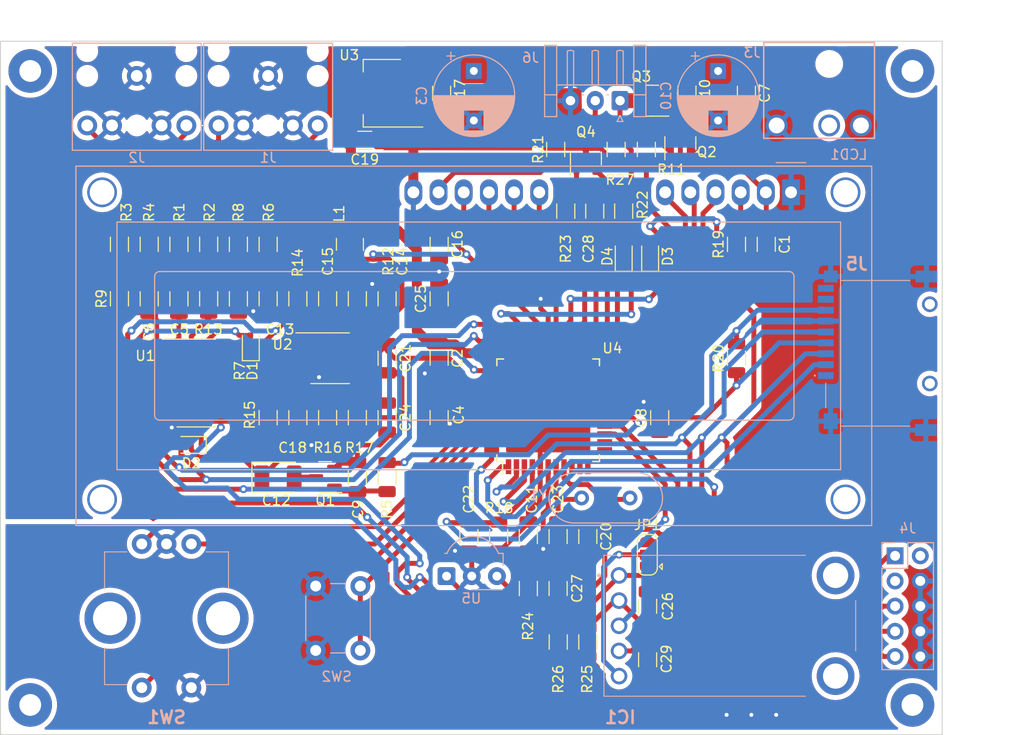
<source format=kicad_pcb>
(kicad_pcb (version 20211014) (generator pcbnew)
  (layers (0 "F.Cu" signal) (31 "B.Cu" signal) (34 "B.Paste" user) (35 "F.Paste" user) (36 "B.SilkS" user "B.Silkscreen") (37 "F.SilkS" user "F.Silkscreen") (38 "B.Mask" user) (39 "F.Mask" user) (44 "Edge.Cuts" user))
  (net 0 "")
  (net 1 "GND")
  (net 2 "Net-(C5-Pad2)")
  (net 3 "VDD")
  (net 4 "GNDA")
  (net 5 "/RESET")
  (net 6 "VDDA")
  (net 7 "/AIN")
  (net 8 "Net-(IC1-Pad5)")
  (net 9 "/MC_GAIN")
  (net 10 "Net-(J1-Pad5)")
  (net 11 "Net-(J1-Pad2)")
  (net 12 "Net-(J2-Pad5)")
  (net 13 "Net-(J2-Pad2)")
  (net 14 "/MISO")
  (net 15 "/SCLK")
  (net 18 "/MOSI")
  (net 21 "/SD_CS")
  (net 23 "Net-(J6-Pad2)")
  (net 24 "VPP")
  (net 25 "Net-(LCD1-Pad15)")
  (net 26 "/LCD_D3")
  (net 27 "/LCD_D2")
  (net 28 "/LCD_D1")
  (net 29 "/LCD_D0")
  (net 30 "/LCD_E")
  (net 31 "/LCD_RW")
  (net 32 "/LCD_RS")
  (net 33 "Net-(LCD1-Pad3)")
  (net 34 "Net-(Q2-Pad1)")
  (net 35 "/PWR_ON")
  (net 36 "/WS_LOCK")
  (net 37 "/ENC_DOWN")
  (net 38 "/ENC_UP")
  (net 39 "/ENC_BTN")
  (net 40 "/MENU_BTN")
  (net 41 "/IN_1_SEL")
  (net 42 "/MC_SEL")
  (net 43 "/IN_2_SEL")
  (net 44 "/IR")
  (net 45 "Net-(C5-Pad1)")
  (net 46 "Net-(C12-Pad2)")
  (net 47 "Net-(C12-Pad1)")
  (net 48 "Net-(C15-Pad1)")
  (net 49 "Net-(C24-Pad1)")
  (net 50 "Net-(D1-Pad1)")
  (net 51 "Net-(Q2-Pad3)")
  (net 52 "/AGC")
  (net 53 "Net-(R14-Pad2)")
  (net 54 "Net-(R15-Pad2)")
  (net 63 "Net-(C6-Pad2)")
  (net 64 "Net-(C6-Pad1)")
  (net 65 "Net-(C9-Pad1)")
  (net 66 "Net-(C15-Pad2)")
  (net 67 "Net-(C23-Pad1)")
  (net 69 "Net-(C18-Pad1)")
  (net 70 "Net-(C20-Pad1)")
  (net 71 "Net-(C21-Pad2)")
  (net 72 "Net-(C25-Pad1)")
  (net 73 "Net-(C27-Pad1)")
  (net 74 "Net-(C28-Pad1)")
  (net 75 "+5V")
  (net 76 "Net-(C29-Pad2)")
  (net 77 "Net-(C29-Pad1)")
  (net 78 "Net-(D3-Pad2)")
  (footprint "Capacitor_SMD:C_1206_3216Metric" (layer "F.Cu") (at 224.25 74.5 -90)
    (fp_text reference "C1")
    (fp_text value "0.1")
  )
  (footprint "Capacitor_SMD:C_1206_3216Metric" (layer "F.Cu") (at 191.25 86 -90)
    (fp_text reference "C2")
    (fp_text value "0.1")
  )
  (footprint "Capacitor_SMD:C_1206_3216Metric" (layer "F.Cu") (at 222.25 59.25 -90)
    (fp_text reference "C7")
    (fp_text value "0.1")
  )
  (footprint "Capacitor_SMD:C_1206_3216Metric" (layer "F.Cu") (at 183 98 90)
    (fp_text reference "C9")
    (fp_text value "1.0")
  )
  (footprint "Capacitor_SMD:C_1206_3216Metric" (layer "F.Cu") (at 174 80 -90)
    (fp_text reference "C13")
    (fp_text value "0.1")
  )
  (footprint "Capacitor_SMD:C_1206_3216Metric" (layer "F.Cu") (at 186 80 90)
    (fp_text reference "C14")
    (fp_text value "0.1")
  )
  (footprint "Capacitor_Tantalum_SMD:CP_EIA-3528-21_Kemet-B_Pad1.50x2.35mm_HandSolder" (layer "F.Cu") (at 175 98)
    (fp_text reference "C12")
    (fp_text value "100.0")
  )
  (footprint "Capacitor_SMD:C_1206_3216Metric" (layer "F.Cu") (at 180 80 90)
    (fp_text reference "C15")
    (fp_text value "2.2")
  )
  (footprint "Capacitor_SMD:C_1206_3216Metric" (layer "F.Cu") (at 191.5 59.25 -90)
    (fp_text reference "C17")
    (fp_text value "10.0")
  )
  (footprint "Capacitor_SMD:C_1206_3216Metric" (layer "F.Cu") (at 177 92 -90)
    (fp_text reference "C18")
    (fp_text value "0.01")
  )
  (footprint "Capacitor_SMD:C_1206_3216Metric" (layer "F.Cu") (at 183.75 64)
    (fp_text reference "C19")
    (fp_text value "0.1")
  )
  (footprint "Capacitor_SMD:C_1206_3216Metric" (layer "F.Cu") (at 206.25 104 -90)
    (fp_text reference "C20")
    (fp_text value "20")
  )
  (footprint "Capacitor_SMD:C_1206_3216Metric" (layer "F.Cu") (at 186 86 -90)
    (fp_text reference "C21")
    (fp_text value "5600")
  )
  (footprint "Capacitor_SMD:C_1206_3216Metric" (layer "F.Cu") (at 194.25 104 -90)
    (fp_text reference "C22")
    (fp_text value "0.1")
  )
  (footprint "Capacitor_SMD:C_1206_3216Metric" (layer "F.Cu") (at 186 92 -90)
    (fp_text reference "C24")
    (fp_text value "1000")
  )
  (footprint "Capacitor_SMD:C_1206_3216Metric" (layer "F.Cu") (at 191.25 80 90)
    (fp_text reference "C25")
    (fp_text value "0.1")
  )
  (footprint "Capacitor_SMD:C_1206_3216Metric" (layer "F.Cu") (at 212.282 111.0427 90)
    (fp_text reference "C26")
    (fp_text value "0.1")
  )
  (footprint "Jumper:SolderJumper-3_P1.3mm_Open_RoundedPad1.0x1.5mm" (layer "F.Cu") (at 212.2566 105.8327 90)
    (fp_text reference "JP1")
    (fp_text value "A/R select")
  )
  (footprint "Inductor_SMD:L_1210_3225Metric" (layer "F.Cu") (at 182.25 74.5 -90)
    (fp_text reference "L1")
    (fp_text value "240 uH")
  )
  (footprint "Package_TO_SOT_SMD:SOT-23" (layer "F.Cu") (at 179.75 98 180)
    (fp_text reference "Q1")
    (fp_text value "BC846")
  )
  (footprint "Package_TO_SOT_SMD:SOT-23" (layer "F.Cu") (at 215.584 64.291 90)
    (fp_text reference "Q2")
    (fp_text value "BC846")
  )
  (footprint "Package_TO_SOT_SMD:SOT-23" (layer "F.Cu") (at 212.75 60 180)
    (fp_text reference "Q3")
    (fp_text value "IRLML6402")
  )
  (footprint "Resistor_SMD:R_1206_3216Metric" (layer "F.Cu") (at 159 74.5 90)
    (fp_text reference "R3")
    (fp_text value "1.8K")
  )
  (footprint "Resistor_SMD:R_1206_3216Metric" (layer "F.Cu") (at 186 98 90)
    (fp_text reference "R5")
    (fp_text value "1K")
  )
  (footprint "Resistor_SMD:R_1206_3216Metric" (layer "F.Cu") (at 159 80 90)
    (fp_text reference "R9")
    (fp_text value "15K")
  )
  (footprint "Resistor_SMD:R_1206_3216Metric" (layer "F.Cu") (at 216.25 59.25 -90)
    (fp_text reference "R10")
    (fp_text value "10K")
  )
  (footprint "Resistor_SMD:R_1206_3216Metric" (layer "F.Cu") (at 212.155 64.926 90)
    (fp_text reference "R11")
    (fp_text value "1K")
  )
  (footprint "Resistor_SMD:R_1206_3216Metric" (layer "F.Cu") (at 183 80 90)
    (fp_text reference "R12")
    (fp_text value "2.2K")
  )
  (footprint "Resistor_SMD:R_1206_3216Metric" (layer "F.Cu") (at 168 80 -90)
    (fp_text reference "R13")
    (fp_text value "10K")
  )
  (footprint "Resistor_SMD:R_1206_3216Metric" (layer "F.Cu") (at 177 80 -90)
    (fp_text reference "R14")
    (fp_text value "240K")
  )
  (footprint "Resistor_SMD:R_1206_3216Metric" (layer "F.Cu") (at 180 92 90)
    (fp_text reference "R16")
    (fp_text value "30K")
  )
  (footprint "Resistor_SMD:R_1206_3216Metric" (layer "F.Cu") (at 183 92 -90)
    (fp_text reference "R17")
    (fp_text value "10K")
  )
  (footprint "Resistor_SMD:R_1206_3216Metric" (layer "F.Cu") (at 197.25 104 90)
    (fp_text reference "R18")
    (fp_text value "10K")
  )
  (footprint "Resistor_SMD:R_1206_3216Metric" (layer "F.Cu") (at 221.25 86 90)
    (fp_text reference "R20")
    (fp_text value "10K")
  )
  (footprint "Resistor_SMD:R_1206_3216Metric" (layer "F.Cu") (at 200.25 109.25 -90)
    (fp_text reference "R24")
    (fp_text value "100")
  )
  (footprint "Package_SO:SOIC-14_3.9x8.7mm_P1.27mm" (layer "F.Cu") (at 166.75 88.5)
    (fp_text reference "U1")
    (fp_text value "4066")
  )
  (footprint "Package_TO_SOT_SMD:SOT-223-3_TabPin2" (layer "F.Cu") (at 185.5 59.25 180)
    (fp_text reference "U3")
    (fp_text value "AMS1117-3.3")
  )
  (footprint "Package_QFP:TQFP-44_10x10mm_P0.8mm" (layer "F.Cu") (at 202.25 91.25 90)
    (fp_text reference "U4")
    (fp_text value "ATmega32-16AU")
  )
  (footprint "MountingHole:MountingHole_2.2mm_M2_Pad" (layer "F.Cu") (at 150 57)
    (fp_text reference "REF**" hide)
    (fp_text value "MountingHole_2.2mm_M2_Pad" hide)
  )
  (footprint "MountingHole:MountingHole_2.2mm_M2_Pad" (layer "F.Cu") (at 239 57)
    (fp_text reference "REF**" hide)
    (fp_text value "MountingHole_2.2mm_M2_Pad" hide)
  )
  (footprint "MountingHole:MountingHole_2.2mm_M2_Pad" (layer "F.Cu") (at 239 121)
    (fp_text reference "REF**" hide)
    (fp_text value "MountingHole_2.2mm_M2_Pad" hide)
  )
  (footprint "MountingHole:MountingHole_2.2mm_M2_Pad" (layer "F.Cu") (at 150 121)
    (fp_text reference "REF**" hide)
    (fp_text value "MountingHole_2.2mm_M2_Pad" hide)
  )
  (footprint "Capacitor_SMD:C_1206_3216Metric" (layer "F.Cu") (at 203.25 109.25 90)
    (fp_text reference "C27")
    (fp_text value "4.7uF")
  )
  (footprint "Resistor_SMD:R_1206_3216Metric" (layer "F.Cu") (at 174 74.5 -90)
    (fp_text reference "R6")
    (fp_text value "15K")
  )
  (footprint "Resistor_SMD:R_1206_3216Metric" (layer "F.Cu") (at 162 74.5 90)
    (fp_text reference "R4")
    (fp_text value "1.8K")
  )
  (footprint "Capacitor_SMD:C_1206_3216Metric" (layer "F.Cu") (at 165 80 90)
    (fp_text reference "C5")
    (fp_text value "1.0")
  )
  (footprint "Capacitor_SMD:C_1206_3216Metric" (layer "F.Cu") (at 162 80 90)
    (fp_text reference "C6")
    (fp_text value "1.0")
  )
  (footprint "Resistor_SMD:R_1206_3216Metric" (layer "F.Cu") (at 171 74.5 -90)
    (fp_text reference "R8")
    (fp_text value "15K")
  )
  (footprint "Resistor_SMD:R_1206_3216Metric" (layer "F.Cu") (at 168 74.5 90)
    (fp_text reference "R2")
    (fp_text value "1.8K")
  )
  (footprint "Resistor_SMD:R_1206_3216Metric" (layer "F.Cu") (at 165 74.5 90)
    (fp_text reference "R1")
    (fp_text value "1.8K")
  )
  (footprint "Package_SO:SOIC-8_3.9x4.9mm_P1.27mm" (layer "F.Cu") (at 180.25 86)
    (fp_text reference "U2")
    (fp_text value "LM358")
  )
  (footprint "Resistor_SMD:R_1206_3216Metric" (layer "F.Cu") (at 174 92 -90)
    (fp_text reference "R15")
    (fp_text value "4.7K")
  )
  (footprint "Diode_SMD:D_SOD-323" (layer "F.Cu") (at 172.25 84.75 90)
    (fp_text reference "D1")
    (fp_text value "1N4148WS")
  )
  (footprint "Diode_SMD:D_SOD-323" (layer "F.Cu") (at 166.25 94.75 180)
    (fp_text reference "D2")
    (fp_text value "1N4148WS")
  )
  (footprint "Resistor_SMD:R_1206_3216Metric" (layer "F.Cu") (at 171 80 -90)
    (fp_text reference "R7")
    (fp_text value "15K")
  )
  (footprint "Capacitor_SMD:C_1206_3216Metric" (layer "F.Cu") (at 213.5 92 90)
    (fp_text reference "C8")
    (fp_text value "0.1")
  )
  (footprint "Capacitor_SMD:C_1206_3216Metric" (layer "F.Cu") (at 200.25 104 -90)
    (fp_text reference "C11")
    (fp_text value "0.1")
  )
  (footprint "Capacitor_SMD:C_1206_3216Metric" (layer "F.Cu") (at 191.25 92 -90)
    (fp_text reference "C4")
    (fp_text value "0.1")
  )
  (footprint "Capacitor_SMD:C_1206_3216Metric" (layer "F.Cu") (at 191.25 74.5 -90)
    (fp_text reference "C16")
    (fp_text value "0.1")
  )
  (footprint "Resistor_SMD:R_1206_3216Metric" (layer "F.Cu") (at 203.011 64.926 -90)
    (fp_text reference "R21")
    (fp_text value "1.5K*")
  )
  (footprint "Capacitor_SMD:C_1206_3216Metric" (layer "F.Cu") (at 206.948 71.149 -90)
    (fp_text reference "C28")
    (fp_text value "1000")
  )
  (footprint "Package_TO_SOT_SMD:SOT-23" (layer "F.Cu") (at 206.059 65.815 90)
    (fp_text reference "Q4")
    (fp_text value "BC846")
  )
  (footprint "Resistor_SMD:R_1206_3216Metric" (layer "F.Cu") (at 209.869 71.149 -90)
    (fp_text reference "R22")
    (fp_text value "10K")
  )
  (footprint "Resistor_SMD:R_1206_3216Metric" (layer "F.Cu") (at 209.107 64.926 90)
    (fp_text reference "R27")
    (fp_text value "1K")
  )
  (footprint "Resistor_SMD:R_1206_3216Metric" (layer "F.Cu") (at 221.25 74.5 90)
    (fp_text reference "R19")
    (fp_text value "1.5K*")
  )
  (footprint "Capacitor_SMD:C_1206_3216Metric" (layer "F.Cu") (at 203.25 104 -90)
    (fp_text reference "C23")
    (fp_text value "20")
  )
  (footprint "Capacitor_SMD:C_1206_3216Metric" (layer "F.Cu") (at 212.282 116.439 90)
    (fp_text reference "C29")
    (fp_text value "1.0")
  )
  (footprint "Resistor_SMD:R_1206_3216Metric" (layer "F.Cu") (at 206.2495 114.6465 90)
    (fp_text reference "R25")
    (fp_text value "15K")
  )
  (footprint "Resistor_SMD:R_1206_3216Metric" (layer "F.Cu") (at 203.265 114.6465 90)
    (fp_text reference "R26")
    (fp_text value "15K")
  )
  (footprint "Diode_SMD:D_SOD-323" (layer "F.Cu") (at 212.536 75.721 90)
    (fp_text reference "D3")
    (fp_text value "1N4148WS")
  )
  (footprint "Diode_SMD:D_SOD-323" (layer "F.Cu") (at 209.869 75.721 90)
    (fp_text reference "D4")
    (fp_text value "1N4148WS")
  )
  (footprint "Resistor_SMD:R_1206_3216Metric" (layer "F.Cu") (at 204.027 71.149 -90)
    (fp_text reference "R23")
    (fp_text value "10K")
  )
  (footprint "Capacitor_THT:CP_Radial_D8.0mm_P5.00mm" (layer "B.Cu") (at 194.75 57 -90)
    (fp_text reference "C3")
    (fp_text value "1000.0")
  )
  (footprint "Capacitor_THT:CP_Radial_D8.0mm_P5.00mm" (layer "B.Cu") (at 219.394 57 -90)
    (fp_text reference "C10")
    (fp_text value "1000.0")
  )
  (footprint "ExternalLib:1713" (layer "B.Cu") (at 233.2751 113.0082)
    (fp_text reference "IC1")
    (fp_text value "MAX9814 Module" hide)
  )
  (footprint "ExternalLib:PJ-307" (layer "B.Cu") (at 174 57.5)
    (fp_text reference "J1")
    (fp_text value "IN_1")
  )
  (footprint "ExternalLib:PJ-307" (layer "B.Cu") (at 160.75 57.5)
    (fp_text reference "J2")
    (fp_text value "IN_2")
  )
  (footprint "Connector_PinSocket_2.54mm:PinSocket_2x05_P2.54mm_Vertical" (layer "B.Cu") (at 237.25 105.947 180)
    (fp_text reference "J4")
    (fp_text value "APU-2")
  )
  (footprint "ExternalLib:112JTDARR" (layer "B.Cu") (at 230.25 85.5 -90)
    (fp_text reference "J5")
    (fp_text value "112J-TDAR-R-Micro_SD_Card" hide)
  )
  (footprint "Connector_JST:JST_EH_S3B-EH_1x03_P2.50mm_Horizontal" (layer "B.Cu") (at 209.5 60 180)
    (fp_text reference "J6")
    (fp_text value "WS2811")
  )
  (footprint "NetTie:NetTie-2_SMD_Pad2.0mm" (layer "B.Cu") (at 218.5 66.25 180)
    (fp_text reference "NT1" hide)
    (fp_text value "Net-Tie_2" hide)
  )
  (footprint "ExternalLib:PEC11R4220FS0024" (layer "B.Cu") (at 161.25 119.25)
    (fp_text reference "SW1")
    (fp_text value "Encoder_Switch" hide)
  )
  (footprint "Button_Switch_THT:SW_PUSH_6mm_H13mm" (layer "B.Cu") (at 183.3 115.5 90)
    (fp_text reference "SW2")
    (fp_text value "MENU")
  )
  (footprint "ExternalLib:WC1602A_4_data" (layer "B.Cu") (at 226.75 69.25 180)
    (fp_text reference "LCD1")
    (fp_text value "WH1602B_4_data")
  )
  (footprint "Crystal:Crystal_HC49-4H_Vertical" (layer "B.Cu") (at 210.5 100.105 180)
    (fp_text reference "Y1")
    (fp_text value "16MHz")
  )
  (footprint "OptoDevice:Vishay_MOLD-3Pin" (layer "B.Cu") (at 192 108)
    (fp_text reference "U5")
    (fp_text value "TSOP43xx")
  )
  (footprint "ExternalLib:DC-044" (layer "B.Cu") (at 230.6 62.5 -90)
    (fp_text reference "J3")
    (fp_text value "POWER (5V/3A)")
  )
  (footprint "ExternalLib:DigiLight" (layer "B.Cu") (at 193.25 121.75)
    (fp_text reference "REF**" hide)
    (fp_text value "DigiLight" hide)
  )
  (gr_line (start 147 124) (end 147 54) (layer "Edge.Cuts") (width 0.1))
  (gr_line (start 147 54) (end 242 54) (layer "Edge.Cuts") (width 0.1))
  (gr_line (start 242 124) (end 242 54) (layer "Edge.Cuts") (width 0.1))
  (gr_line (start 147 124) (end 242 124) (layer "Edge.Cuts") (width 0.1))
  (segment (start 185.15 64) (end 187.25 64) (width 1) (layer "F.Cu") (net 1))
  (segment (start 191.6 93.4) (end 192.999996 92.000004) (width 0.5) (layer "F.Cu") (net 1))
  (segment (start 201.9 105.4) (end 201.75 105.25) (width 0.5) (layer "F.Cu") (net 1))
  (segment (start 203.25 105.4) (end 206.25 105.4) (width 0.5) (layer "F.Cu") (net 1))
  (segment (start 189.86 87.475) (end 191.25 87.475) (width 0.5) (layer "F.Cu") (net 1))
  (segment (start 202.25 85.55) (end 202.25 81.75) (width 0.5) (layer "F.Cu") (net 1))
  (segment (start 203.25 105.4) (end 201.9 105.4) (width 0.5) (layer "F.Cu") (net 1))
  (segment (start 201.75 103.439946) (end 201.75 105.25) (width 0.5) (layer "F.Cu") (net 1))
  (segment (start 192.999996 92.000004) (end 193 92.000004) (width 0.5) (layer "F.Cu") (net 1))
  (segment (start 216.727 65.2285) (end 217.6645 64.291) (width 0.5) (layer "F.Cu") (net 1))
  (segment (start 194.54 105.69) (end 194.25 105.4) (width 0.5) (layer "F.Cu") (net 1))
  (segment (start 203.25 107.85) (end 203.25 105.4) (width 0.5) (layer "F.Cu") (net 1))
  (segment (start 201.499998 80.999998) (end 201.499998 80) (width 0.5) (layer "F.Cu") (net 1))
  (segment (start 202.25 101.180017) (end 201.75 101.680017) (width 0.5) (layer "F.Cu") (net 1))
  (segment (start 188.65 61.55) (end 190.6 61.55) (width 1) (layer "F.Cu") (net 1))
  (segment (start 201.75 101.680017) (end 201.75 103.439946) (width 0.5) (layer "F.Cu") (net 1))
  (segment (start 217.6645 64.291) (end 218.378 64.291) (width 0.5) (layer "F.Cu") (net 1))
  (segment (start 193.750004 91.25) (end 196.55 91.25) (width 0.5) (layer "F.Cu") (net 1))
  (segment (start 188.65 64.1) (end 188.75 64) (width 1) (layer "F.Cu") (net 1))
  (segment (start 194.54 108) (end 194.54 105.69) (width 0.5) (layer "F.Cu") (net 1))
  (segment (start 213.35 90.45) (end 207.95 90.45) (width 0.5) (layer "F.Cu") (net 1))
  (segment (start 202.25 96.95) (end 202.25 101.180017) (width 0.5) (layer "F.Cu") (net 1))
  (segment (start 202.25 81.75) (end 201.499998 80.999998) (width 0.5) (layer "F.Cu") (net 1))
  (segment (start 200.25 105.4) (end 201.6 105.4) (width 0.5) (layer "F.Cu") (net 1))
  (segment (start 216.534 65.2285) (end 216.727 65.2285) (width 0.5) (layer "F.Cu") (net 1))
  (segment (start 201.6 105.4) (end 201.75 105.25) (width 0.5) (layer "F.Cu") (net 1))
  (segment (start 188.65 69.25) (end 188.65 64.1) (width 1) (layer "F.Cu") (net 1))
  (segment (start 190.6 61.55) (end 191.5 60.65) (width 1) (layer "F.Cu") (net 1))
  (segment (start 189.803 87.532) (end 189.86 87.475) (width 0.5) (layer "F.Cu") (net 1))
  (segment (start 193 92.000004) (end 193.750004 91.25) (width 0.5) (layer "F.Cu") (net 1))
  (segment (start 194.25 105.4) (end 192.851 105.439) (width 0.5) (layer "F.Cu") (net 1))
  (via (at 201.75 105.25) (size 0.8) (drill 0.4) (layers "F.Cu" "B.Cu") (net 1))
  (via (at 220.25 122) (size 0.8) (drill 0.4) (layers "F.Cu" "B.Cu") (net 1))
  (via (at 222.75 122) (size 0.8) (drill 0.4) (layers "F.Cu" "B.Cu") (net 1))
  (via (at 225.25 122) (size 0.8) (drill 0.4) (layers "F.Cu" "B.Cu") (net 1))
  (via (at 189.803 87.532) (size 0.8) (drill 0.4) (layers "F.Cu" "B.Cu") (net 1))
  (via (at 211.881742 90.4005) (size 0.8) (drill 0.4) (layers "F.Cu" "B.Cu") (net 1))
  (via (at 201.499998 80) (size 0.8) (drill 0.4) (layers "F.Cu" "B.Cu") (net 1))
  (via (at 192.851 105.439) (size 0.8) (drill 0.4) (layers "F.Cu" "B.Cu") (net 1))
  (via (at 192.343 92.612) (size 0.8) (drill 0.4) (layers "F.Cu" "B.Cu") (net 1))
  (segment (start 220.5 66.25) (end 224.547 66.25) (width 2) (layer "B.Cu") (net 1))
  (segment (start 165 75.9) (end 167.5 75.9) (width 0.5) (layer "F.Cu") (net 2))
  (segment (start 165 75.8) (end 165 78.5) (width 0.5) (layer "F.Cu") (net 2))
  (segment (start 212.725 92) (end 215.5 92) (width 0.5) (layer "F.Cu") (net 3))
  (segment (start 206.7 91.25) (end 207.95 91.25) (width 0.5) (layer "F.Cu") (net 3))
  (segment (start 197.25 105.4) (end 197.8 105.4) (width 0.5) (layer "F.Cu") (net 3))
  (segment (start 196.5 85.5) (end 198.45 87.45) (width 0.5) (layer "F.Cu") (net 3))
  (segment (start 188.65 59.25) (end 182.35 59.25) (width 1) (layer "F.Cu") (net 3))
  (segment (start 201.45 91.3) (end 201.5 91.25) (width 0.5) (layer "F.Cu") (net 3))
  (segment (start 197.45 105.4) (end 200.25 102.6) (width 0.5) (layer "F.Cu") (net 3))
  (segment (start 198.45 90.45) (end 199.25 91.25) (width 0.5) (layer "F.Cu") (net 3))
  (segment (start 218 92) (end 221.25 88.75) (width 0.5) (layer "F.Cu") (net 3))
  (segment (start 191.25 84.6) (end 192.85 84.6) (width 1) (layer "F.Cu") (net 3))
  (segment (start 201.45 96.95) (end 201.45 91.3) (width 0.5) (layer "F.Cu") (net 3))
  (segment (start 201.45 96.95) (end 201.45 100.3) (width 0.5) (layer "F.Cu") (net 3))
  (segment (start 200.25 101.5) (end 200.25 102.6) (width 0.5) (layer "F.Cu") (net 3))
  (segment (start 189 83.225) (end 189 75) (width 1) (layer "F.Cu") (net 3))
  (segment (start 207.95 91.25) (end 211.975 91.25) (width 0.5) (layer "F.Cu") (net 3))
  (segment (start 191.325 90.45) (end 196.55 90.45) (width 0.5) (layer "F.Cu") (net 3))
  (segment (start 191.25 84.6) (end 190.375 84.6) (width 1) (layer "F.Cu") (net 3))
  (segment (start 190.375 84.6) (end 189 83.225) (width 1) (layer "F.Cu") (net 3))
  (segment (start 182.35 73) (end 182.25 73.1) (width 1) (layer "F.Cu") (net 3))
  (segment (start 187.1 73.1) (end 182.25 73.1) (width 1) (layer "F.Cu") (net 3))
  (segment (start 192.85 84.6) (end 193.75 85.5) (width 1) (layer "F.Cu") (net 3))
  (segment (start 197.25 105.4) (end 197.45 105.4) (width 0.5) (layer "F.Cu") (net 3))
  (segment (start 213.5 92) (end 215.5 92) (width 0.5) (layer "F.Cu") (net 3))
  (segment (start 182.35 64) (end 182.35 73) (width 1) (layer "F.Cu") (net 3))
  (segment (start 221.25 88.75) (end 221.25 87.15) (width 0.5) (layer "F.Cu") (net 3))
  (segment (start 213.5 93.4) (end 213.5 92) (width 0.5) (layer "F.Cu") (net 3))
  (segment (start 211.975 91.25) (end 212.725 92) (width 0.5) (layer "F.Cu") (net 3))
  (segment (start 215.5 92) (end 218 92) (width 0.5) (layer "F.Cu") (net 3))
  (segment (start 189 75) (end 187.1 73.1) (width 1) (layer "F.Cu") (net 3))
  (segment (start 193.75 85.5) (end 196.5 85.5) (width 1) (layer "F.Cu") (net 3))
  (segment (start 197.8 105.4) (end 200.25 107.85) (width 0.5) (layer "F.Cu") (net 3))
  (segment (start 201.5 91.25) (end 206.7 91.25) (width 0.5) (layer "F.Cu") (net 3))
  (segment (start 199.25 91.25) (end 201.5 91.25) (width 0.5) (layer "F.Cu") (net 3))
  (segment (start 221.25 87.4) (end 221.25 88.75) (width 0.5) (layer "F.Cu") (net 3))
  (segment (start 191.25 90.525) (end 191.325 90.45) (width 0.5) (layer "F.Cu") (net 3))
  (segment (start 198.45 87.45) (end 198.45 90.45) (width 0.5) (layer "F.Cu") (net 3))
  (segment (start 201.45 100.3) (end 200.25 101.5) (width 0.5) (layer "F.Cu") (net 3))
  (segment (start 196.55 90.45) (end 198.45 90.45) (width 0.5) (layer "F.Cu") (net 3))
  (segment (start 182.35 59.25) (end 182.35 64) (width 1) (layer "F.Cu") (net 3))
  (via (at 221.25 88.75) (size 0.8) (drill 0.4) (layers "F.Cu" "B.Cu") (net 3))
  (segment (start 230.25 84.45) (end 225.55 84.45) (width 0.5) (layer "B.Cu") (net 3))
  (segment (start 225.55 84.45) (end 221.25 88.75) (width 0.5) (layer "B.Cu") (net 3))
  (segment (start 174 81.4) (end 172.65 81.4) (width 0.5) (layer "F.Cu") (net 4))
  (segment (start 179.135 87.913) (end 177.783 87.913) (width 0.5) (layer "F.Cu") (net 4))
  (segment (start 212.2566 107.1962) (end 212.3201 107.1327) (width 0.5) (layer "F.Cu") (net 4))
  (segment (start 178.373 94.771) (end 177.002 93.4) (width 0.5) (layer "F.Cu") (net 4))
  (segment (start 180.75 97.05) (end 181.2 96.6) (width 0.5) (layer "F.Cu") (net 4))
  (segment (start 212.2566 109.6427) (end 212.2566 108.0552) (width 0.5) (layer "F.Cu") (net 4))
  (segment (start 204.2195 113.184) (end 203.265 113.184) (width 0.5) (layer "F.Cu") (net 4))
  (segment (start 178.373 94.771) (end 178.394 94.75) (width 0.5) (layer "F.Cu") (net 4))
  (segment (start 189.295 108.106) (end 189.422 108.106) (width 0.5) (layer "F.Cu") (net 4))
  (segment (start 159 78.6) (end 156.75 78.6) (width 0.5) (layer "F.Cu") (net 4))
  (segment (start 212.2566 108.0552) (end 212.2566 107.1962) (width 0.5) (layer "F.Cu") (net 4))
  (segment (start 194.5 113.184) (end 203.265 113.184) (width 0.5) (layer "F.Cu") (net 4))
  (segment (start 164.276 92.311) (end 164.275 92.31) (width 0.5) (layer "F.Cu") (net 4))
  (segment (start 209.3991 107.9282) (end 209.3991 108.0044) (width 0.5) (layer "F.Cu") (net 4))
  (segment (start 172.35 81.4) (end 172.5 81.25) (width 0.5) (layer "F.Cu") (net 4))
  (segment (start 171 81.4) (end 172.35 81.4) (width 0.5) (layer "F.Cu") (net 4))
  (segment (start 189.422 108.106) (end 194.5 113.184) (width 0.5) (layer "F.Cu") (net 4))
  (segment (start 183 96.6) (end 183 94.75) (width 0.5) (layer "F.Cu") (net 4))
  (segment (start 212.3201 109.5792) (end 212.2566 109.6427) (width 0.5) (layer "F.Cu") (net 4))
  (segment (start 177.783 87.913) (end 177.775 87.905) (width 0.5) (layer "F.Cu") (net 4))
  (segment (start 186 78.6) (end 184.6 78.6) (width 0.5) (layer "F.Cu") (net 4))
  (segment (start 212.1296 107.9282) (end 212.2566 108.0552) (width 0.5) (layer "F.Cu") (net 4))
  (segment (start 191.25 77.25) (end 191.25 75.9) (width 1) (layer "F.Cu") (net 4))
  (segment (start 184.6 78.6) (end 184.5 78.5) (width 0.5) (layer "F.Cu") (net 4))
  (segment (start 183 94.75) (end 185.25 94.75) (width 0.5) (layer "F.Cu") (net 4))
  (segment (start 184.4 78.6) (end 184.5 78.5) (width 0.5) (layer "F.Cu") (net 4))
  (segment (start 168.2 78.6) (end 171 81.4) (width 0.5) (layer "F.Cu") (net 4))
  (segment (start 185.25 94.75) (end 186 94) (width 0.5) (layer "F.Cu") (net 4))
  (segment (start 191.25 78.6) (end 191.25 77.25) (width 1) (layer "F.Cu") (net 4))
  (segment (start 177.002 93.4) (end 177 93.4) (width 0.5) (layer "F.Cu") (net 4))
  (segment (start 186 94) (end 186 93.4) (width 0.5) (layer "F.Cu") (net 4))
  (segment (start 178.394 94.75) (end 183 94.75) (width 0.5) (layer "F.Cu") (net 4))
  (segment (start 209.3991 108.0044) (end 204.2195 113.184) (width 0.5) (layer "F.Cu") (net 4))
  (segment (start 183 78.6) (end 184.4 78.6) (width 0.5) (layer "F.Cu") (net 4))
  (segment (start 181.2 96.6) (end 183 96.6) (width 0.5) (layer "F.Cu") (net 4))
  (segment (start 164.276 92.993) (end 164.276 92.311) (width 0.5) (layer "F.Cu") (net 4))
  (segment (start 172.65 81.4) (end 172.5 81.25) (width 0.5) (layer "F.Cu") (net 4))
  (segment (start 209.3991 107.9282) (end 212.1296 107.9282) (width 0.5) (layer "F.Cu") (net 4))
  (segment (start 168 78.6) (end 168.2 78.6) (width 0.5) (layer "F.Cu") (net 4))
  (via (at 189.295 108.106) (size 0.8) (drill 0.4) (layers "F.Cu" "B.Cu") (net 4))
  (via (at 172.5 81.25) (size 0.8) (drill 0.4) (layers "F.Cu" "B.Cu") (net 4))
  (via (at 179.135 87.913) (size 0.8) (drill 0.4) (layers "F.Cu" "B.Cu") (net 4))
  (via (at 191.25 77.25) (size 0.8) (drill 0.4) (layers "F.Cu" "B.Cu") (net 4))
  (via (at 164.276 92.993) (size 0.8) (drill 0.4) (layers "F.Cu" "B.Cu") (net 4))
  (via (at 184.5 78.5) (size 0.8) (drill 0.4) (layers "F.Cu" "B.Cu") (net 4))
  (via (at 178.373 94.771) (size 0.8) (drill 0.4) (layers "F.Cu" "B.Cu") (net 4))
  (segment (start 188.279 109.122) (end 189.295 108.106) (width 0.5) (layer "B.Cu") (net 4))
  (segment (start 186.882 106.3915) (end 186.882 108.36) (width 0.5) (layer "B.Cu") (net 4))
  (segment (start 186.882 108.36) (end 187.644 109.122) (width 0.5) (layer "B.Cu") (net 4))
  (segment (start 182.183 101.629) (end 182.183 101.6925) (width 0.5) (layer "B.Cu") (net 4))
  (segment (start 187.258 77.25) (end 191.25 77.25) (width 2) (layer "B.Cu") (net 4))
  (segment (start 216.5 66.25) (end 178.5 66.25) (width 2) (layer "B.Cu") (net 4))
  (segment (start 187.644 109.122) (end 188.279 109.122) (width 0.5) (layer "B.Cu") (net 4))
  (segment (start 186.008 78.5) (end 187.258 77.25) (width 2) (layer "B.Cu") (net 4))
  (segment (start 182.183 101.6925) (end 186.882 106.3915) (width 0.5) (layer "B.Cu") (net 4))
  (segment (start 184.5 78.5) (end 186.008 78.5) (width 2) (layer "B.Cu") (net 4))
  (segment (start 192.100002 102.6) (end 197.4 102.6) (width 0.5) (layer "F.Cu") (net 5))
  (segment (start 197.4 102.6) (end 200.65 99.35) (width 0.5) (layer "F.Cu") (net 5))
  (segment (start 236.031 111.027) (end 237.25 111.027) (width 0.5) (layer "F.Cu") (net 5))
  (segment (start 192 102.499998) (end 192.100002 102.6) (width 0.5) (layer "F.Cu") (net 5))
  (segment (start 200.65 99.35) (end 200.65 98.2) (width 0.5) (layer "F.Cu") (net 5))
  (segment (start 234.507 112.551) (end 236.031 111.027) (width 0.5) (layer "F.Cu") (net 5))
  (segment (start 200.65 98.2) (end 200.65 96.95) (width 0.5) (layer "F.Cu") (net 5))
  (segment (start 224.551 112.551) (end 234.507 112.551) (width 0.5) (layer "F.Cu") (net 5))
  (segment (start 219.00001 107.00001) (end 224.551 112.551) (width 0.5) (layer "F.Cu") (net 5))
  (segment (start 219.00001 99) (end 219.00001 107.00001) (width 0.5) (layer "F.Cu") (net 5))
  (via (at 192 102.499998) (size 0.8) (drill 0.4) (layers "F.Cu" "B.Cu") (net 5))
  (via (at 219.00001 99) (size 0.8) (drill 0.4) (layers "F.Cu" "B.Cu") (net 5))
  (segment (start 219.00001 99) (end 218.20001 98.2) (width 0.5) (layer "B.Cu") (net 5))
  (segment (start 193.75 104.25) (end 192 102.499998) (width 0.5) (layer "B.Cu") (net 5))
  (segment (start 218.20001 98.2) (end 205.55 98.2) (width 0.5) (layer "B.Cu") (net 5))
  (segment (start 205.55 98.2) (end 199.5 104.25) (width 0.5) (layer "B.Cu") (net 5))
  (segment (start 199.5 104.25) (end 193.75 104.25) (width 0.5) (layer "B.Cu") (net 5))
  (segment (start 206.2495 113.186) (end 206.2495 113.184) (width 0.5) (layer "F.Cu") (net 6))
  (segment (start 194.248 114.456) (end 204.9795 114.456) (width 0.5) (layer "F.Cu") (net 6))
  (segment (start 188.025 108.233) (end 194.248 114.456) (width 0.5) (layer "F.Cu") (net 6))
  (segment (start 208.9653 110.4682) (end 206.2495 113.184) (width 0.5) (layer "F.Cu") (net 6))
  (segment (start 213.8441 111.8017) (end 213.2031 112.4427) (width 0.5) (layer "F.Cu") (net 6))
  (segment (start 212.2566 104.5327) (end 213.0094 104.5327) (width 0.5) (layer "F.Cu") (net 6))
  (segment (start 186.875 81.4) (end 186 81.4) (width 0.5) (layer "F.Cu") (net 6))
  (segment (start 174 78.6) (end 175.35 78.6) (width 0.5) (layer "F.Cu") (net 6))
  (segment (start 213.8441 105.3674) (end 213.8441 111.8017) (width 0.5) (layer "F.Cu") (net 6))
  (segment (start 186.2 76) (end 187.5 77.3) (width 0.5) (layer "F.Cu") (net 6))
  (segment (start 164.403 100.613) (end 182.56299 100.613) (width 0.5) (layer "F.Cu") (net 6))
  (segment (start 188.025 108.106) (end 188.025 108.233) (width 0.5) (layer "F.Cu") (net 6))
  (segment (start 197.015002 78.515) (end 194.000001 75.499999) (width 0.5) (layer "F.Cu") (net 6))
  (segment (start 202.015 78.515) (end 197.015002 78.515) (width 0.5) (layer "F.Cu") (net 6))
  (segment (start 187.5 77.3) (end 187.5 80.775) (width 0.5) (layer "F.Cu") (net 6))
  (segment (start 182.25 75.9) (end 182.35 76) (width 0.5) (layer "F.Cu") (net 6))
  (segment (start 211.3736 112.4427) (end 212.2566 112.4427) (width 0.5) (layer "F.Cu") (net 6))
  (segment (start 213.0094 104.5327) (end 213.8441 105.3674) (width 0.5) (layer "F.Cu") (net 6))
  (segment (start 182.725 84.095) (end 183.305 84.095) (width 0.5) (layer "F.Cu") (net 6))
  (segment (start 209.3991 110.4682) (end 208.9653 110.4682) (width 0.5) (layer "F.Cu") (net 6))
  (segment (start 175.5 76) (end 182.15 76) (width 0.5) (layer "F.Cu") (net 6))
  (segment (start 182.56299 100.613) (end 184 102.05001) (width 0.5) (layer "F.Cu") (net 6))
  (segment (start 213.2031 112.4427) (end 212.2566 112.4427) (width 0.5) (layer "F.Cu") (net 6))
  (segment (start 182.35 76) (end 184.6 76) (width 0.5) (layer "F.Cu") (net 6))
  (segment (start 191.25 73.1) (end 191.6 73.1) (width 0.5) (layer "F.Cu") (net 6))
  (segment (start 182.15 76) (end 182.25 75.9) (width 0.5) (layer "F.Cu") (net 6))
  (segment (start 204.9795 114.456) (end 206.2495 113.186) (width 0.5) (layer "F.Cu") (net 6))
  (segment (start 174.35 73.1) (end 174 73.1) (width 0.5) (layer "F.Cu") (net 6))
  (segment (start 209.3991 110.4682) (end 208.8276 110.4682) (width 0.5) (layer "F.Cu") (net 6))
  (segment (start 184.6 76) (end 186.2 76) (width 0.5) (layer "F.Cu") (net 6))
  (segment (start 187.5 80.775) (end 186.875 81.4) (width 0.5) (layer "F.Cu") (net 6))
  (segment (start 203.05 85.55) (end 203.05 79.55) (width 0.5) (layer "F.Cu") (net 6))
  (segment (start 183.305 84.095) (end 186 81.4) (width 0.5) (layer "F.Cu") (net 6))
  (segment (start 191.6 73.1) (end 193.999999 75.499999) (width 0.5) (layer "F.Cu") (net 6))
  (segment (start 169.345 84.69) (end 173.31 84.69) (width 0.5) (layer "F.Cu") (net 6))
  (segment (start 184.6 76) (end 184.6 75.5) (width 0.5) (layer "F.Cu") (net 6))
  (segment (start 175.5 74.25) (end 174.35 73.1) (width 0.5) (layer "F.Cu") (net 6))
  (segment (start 174.75 83.25) (end 175.5 82.5) (width 0.5) (layer "F.Cu") (net 6))
  (segment (start 160.212 83.214) (end 159.831 83.595) (width 0.5) (layer "F.Cu") (net 6))
  (segment (start 173.31 84.69) (end 174.75 83.25) (width 0.5) (layer "F.Cu") (net 6))
  (segment (start 171 73.1) (end 174 73.1) (width 0.5) (layer "F.Cu") (net 6))
  (segment (start 193.999999 75.499999) (end 194.000001 75.499999) (width 0.5) (layer "F.Cu") (net 6))
  (segment (start 159.831 96.041) (end 164.403 100.613) (width 0.5) (layer "F.Cu") (net 6))
  (segment (start 175.5 82.5) (end 175.5 74.25) (width 0.5) (layer "F.Cu") (net 6))
  (segment (start 209.3991 110.4682) (end 211.3736 112.4427) (width 0.5) (layer "F.Cu") (net 6))
  (segment (start 203.05 79.55) (end 202.015 78.515) (width 0.5) (layer "F.Cu") (net 6))
  (segment (start 159.831 83.595) (end 159.831 96.041) (width 0.5) (layer "F.Cu") (net 6))
  (via (at 160.212 83.214) (size 0.8) (drill 0.4) (layers "F.Cu" "B.Cu") (net 6))
  (via (at 194.000001 75.499999) (size 0.8) (drill 0.4) (layers "F.Cu" "B.Cu") (net 6))
  (via (at 174.75 83.25) (size 0.8) (drill 0.4) (layers "F.Cu" "B.Cu") (net 6))
  (via (at 184.6 75.5) (size 0.8) (drill 0.4) (layers "F.Cu" "B.Cu") (net 6))
  (via (at 184 102.05001) (size 0.8) (drill 0.4) (layers "F.Cu" "B.Cu") (net 6))
  (via (at 188.025 108.106) (size 0.8) (drill 0.4) (layers "F.Cu" "B.Cu") (net 6))
  (segment (start 192.868631 75.499999) (end 194.000001 75.499999) (width 0.5) (layer "B.Cu") (net 6))
  (segment (start 184.004408 102.05001) (end 184 102.05001) (width 0.5) (layer "B.Cu") (net 6))
  (segment (start 171.56047 82.325) (end 172.48547 83.25) (width 0.5) (layer "B.Cu") (net 6))
  (segment (start 160.212 83.214) (end 161.101 82.325) (width 0.5) (layer "B.Cu") (net 6))
  (segment (start 188.025 108.106) (end 188.025 106.070602) (width 0.5) (layer "B.Cu") (net 6))
  (segment (start 185.731371 75.499999) (end 192.868631 75.499999) (width 0.5) (layer "B.Cu") (net 6))
  (segment (start 184.6 75.5) (end 185.731371 75.499999) (width 0.5) (layer "B.Cu") (net 6))
  (segment (start 172.48547 83.25) (end 174.75 83.25) (width 0.5) (layer "B.Cu") (net 6))
  (segment (start 188.025 106.070602) (end 184.004408 102.05001) (width 0.5) (layer "B.Cu") (net 6))
  (segment (start 161.101 82.325) (end 171.56047 82.325) (width 0.5) (layer "B.Cu") (net 6))
  (segment (start 186.775 86) (end 186 85.225) (width 0.5) (layer "F.Cu") (net 7))
  (segment (start 193 86.75) (end 192.25 86) (width 0.5) (layer "F.Cu") (net 7))
  (segment (start 182.725 86.635) (end 182.725 85.365) (width 0.5) (layer "F.Cu") (net 7))
  (segment (start 193.799996 89.65) (end 193 88.850004) (width 0.5) (layer "F.Cu") (net 7))
  (segment (start 182.725 85.365) (end 185.235 85.365) (width 0.5) (layer "F.Cu") (net 7))
  (segment (start 196.55 89.65) (end 193.799996 89.65) (width 0.5) (layer "F.Cu") (net 7))
  (segment (start 186 85.225) (end 186 84.6) (width 0.5) (layer "F.Cu") (net 7))
  (segment (start 192.25 86) (end 186.775 86) (width 0.5) (layer "F.Cu") (net 7))
  (segment (start 193 88.850004) (end 193 86.75) (width 0.5) (layer "F.Cu") (net 7))
  (segment (start 185.235 85.365) (end 186 84.6) (width 0.5) (layer "F.Cu") (net 7))
  (segment (start 209.4626 105.8327) (end 212.3201 105.8327) (width 0.5) (layer "F.Cu") (net 8))
  (via (at 209.3991 105.8327) (size 0.8) (drill 0.4) (layers "F.Cu" "B.Cu") (net 8))
  (segment (start 207.837 116.5261) (end 209.3991 118.0882) (width 0.5) (layer "B.Cu") (net 8))
  (segment (start 209.0943 105.8327) (end 207.837 107.09) (width 0.5) (layer "B.Cu") (net 8))
  (segment (start 209.4626 105.8327) (end 209.0943 105.8327) (width 0.5) (layer "B.Cu") (net 8))
  (segment (start 207.837 107.09) (end 207.837 116.5261) (width 0.5) (layer "B.Cu") (net 8))
  (segment (start 207.95 93.65) (end 208.985002 93.65) (width 0.5) (layer "F.Cu") (net 9))
  (segment (start 214.06 98.724998) (end 214.06 102.264) (width 0.5) (layer "F.Cu") (net 9))
  (segment (start 208.985002 93.65) (end 214.06 98.724998) (width 0.5) (layer "F.Cu") (net 9))
  (via (at 214.06 102.264) (size 0.8) (drill 0.4) (layers "F.Cu" "B.Cu") (net 9))
  (segment (start 210.885 105.439) (end 210.885 111.5223) (width 0.5) (layer "B.Cu") (net 9))
  (segment (start 214.06 102.264) (end 210.885 105.439) (width 0.5) (layer "B.Cu") (net 9))
  (segment (start 210.885 111.5223) (end 209.3991 113.0082) (width 0.5) (layer "B.Cu") (net 9))
  (segment (start 179 63.25) (end 177 65.25) (width 0.5) (layer "F.Cu") (net 10))
  (segment (start 179 62.5) (end 179 63.25) (width 0.5) (layer "F.Cu") (net 10))
  (segment (start 170.25 65.25) (end 168 67.5) (width 0.5) (layer "F.Cu") (net 10))
  (segment (start 177 65.25) (end 170.25 65.25) (width 0.5) (layer "F.Cu") (net 10))
  (segment (start 168 67.5) (end 168 73.1) (width 0.5) (layer "F.Cu") (net 10))
  (segment (start 165.15 73.1) (end 165 73.1) (width 0.5) (layer "F.Cu") (net 11))
  (segment (start 166.25 72) (end 165.15 73.1) (width 0.5) (layer "F.Cu") (net 11))
  (segment (start 169 62.5) (end 169 64) (width 0.5) (layer "F.Cu") (net 11))
  (segment (start 169 64) (end 166.25 66.75) (width 0.5) (layer "F.Cu") (net 11))
  (segment (start 166.25 66.75) (end 166.25 72) (width 0.5) (layer "F.Cu") (net 11))
  (segment (start 162 67) (end 162 73.1) (width 0.5) (layer "F.Cu") (net 12))
  (segment (start 165.75 63.25) (end 162 67) (width 0.5) (layer "F.Cu") (net 12))
  (segment (start 165.75 62.5) (end 165.75 63.25) (width 0.5) (layer "F.Cu") (net 12))
  (segment (start 160.25 67.25) (end 160.25 72) (width 0.5) (layer "F.Cu") (net 13))
  (segment (start 159.15 73.1) (end 159 73.1) (width 0.5) (layer "F.Cu") (net 13))
  (segment (start 160.25 72) (end 159.15 73.1) (width 0.5) (layer "F.Cu") (net 13))
  (segment (start 155.75 62.5) (end 155.75 62.75) (width 0.5) (layer "F.Cu") (net 13))
  (segment (start 155.75 62.75) (end 160.25 67.25) (width 0.5) (layer "F.Cu") (net 13))
  (segment (start 197.042 99.47) (end 197.512 99) (width 0.5) (layer "F.Cu") (net 14))
  (segment (start 234.507 114.583) (end 223.083 114.583) (width 0.5) (layer "F.Cu") (net 14))
  (segment (start 223.083 114.583) (end 216.549999 108.049999) (width 0.5) (layer "F.Cu") (net 14))
  (segment (start 216.549999 94.799999) (end 215.75 94) (width 0.5) (layer "F.Cu") (net 14))
  (segment (start 237.25 116.107) (end 236.031 116.107) (width 0.5) (layer "F.Cu") (net 14))
  (segment (start 236.031 116.107) (end 234.507 114.583) (width 0.5) (layer "F.Cu") (net 14))
  (segment (start 198 99) (end 199.05 97.95) (width 0.5) (layer "F.Cu") (net 14))
  (segment (start 197.512 99) (end 198 99) (width 0.5) (layer "F.Cu") (net 14))
  (segment (start 221.25 84.6) (end 221.25 83.250004) (width 0.5) (layer "F.Cu") (net 14))
  (segment (start 199.05 97.95) (end 199.05 96.95) (width 0.5) (layer "F.Cu") (net 14))
  (segment (start 216.549999 108.049999) (end 216.549999 94.799999) (width 0.5) (layer "F.Cu") (net 14))
  (via (at 215.75 94) (size 0.8) (drill 0.4) (layers "F.Cu" "B.Cu") (net 14))
  (via (at 197.042 99.47) (size 0.8) (drill 0.4) (layers "F.Cu" "B.Cu") (net 14))
  (via (at 221.25 83.250004) (size 0.8) (drill 0.4) (layers "F.Cu" "B.Cu") (net 14))
  (segment (start 218.75 85.750004) (end 221.25 83.250004) (width 0.5) (layer "B.Cu") (net 14))
  (segment (start 215.75 94) (end 218.75 91) (width 0.5) (layer "B.Cu") (net 14))
  (segment (start 221.25 83.250004) (end 221.25 83.25) (width 0.5) (layer "B.Cu") (net 14))
  (segment (start 218.75 91) (end 218.75 85.750004) (width 0.5) (layer "B.Cu") (net 14))
  (segment (start 203.106 94.644) (end 215.106 94.644) (width 0.5) (layer "B.Cu") (net 14))
  (segment (start 198.75 99) (end 203.106 94.644) (width 0.5) (layer "B.Cu") (net 14))
  (segment (start 197.042 99.47) (end 197.512 99) (width 0.5) (layer "B.Cu") (net 14))
  (segment (start 215.106 94.644) (end 215.75 94) (width 0.5) (layer "B.Cu") (net 14))
  (segment (start 223.35 81.15) (end 230.25 81.15) (width 0.5) (layer "B.Cu") (net 14))
  (segment (start 197.512 99) (end 198.75 99) (width 0.5) (layer "B.Cu") (net 14))
  (segment (start 221.25 83.25) (end 223.35 81.15) (width 0.5) (layer "B.Cu") (net 14))
  (segment (start 199.85 96.95) (end 199.85 98.364767) (width 0.5) (layer "F.Cu") (net 15))
  (segment (start 223.817 113.567) (end 217.75 107.5) (width 0.5) (layer "F.Cu") (net 15))
  (segment (start 199.85 98.364767) (end 197.75 100.464767) (width 0.5) (layer "F.Cu") (net 15))
  (segment (start 217.75 107.5) (end 217.75 94) (width 0.5) (layer "F.Cu") (net 15))
  (segment (start 237.25 113.567) (end 223.817 113.567) (width 0.5) (layer "F.Cu") (net 15))
  (via (at 217.75 94) (size 0.8) (drill 0.4) (layers "F.Cu" "B.Cu") (net 15))
  (via (at 197.75 100.464767) (size 0.8) (drill 0.4) (layers "F.Cu" "B.Cu") (net 15))
  (segment (start 217.75 94) (end 216.217 95.533) (width 0.5) (layer "B.Cu") (net 15))
  (segment (start 230.25 83.35) (end 223.9 83.35) (width 0.5) (layer "B.Cu") (net 15))
  (segment (start 223.9 83.35) (end 220 87.25) (width 0.5) (layer "B.Cu") (net 15))
  (segment (start 216.217 95.533) (end 203.967 95.533) (width 0.5) (layer "B.Cu") (net 15))
  (segment (start 220 87.25) (end 220 91.75) (width 0.5) (layer "B.Cu") (net 15))
  (segment (start 203.967 95.533) (end 199 100.5) (width 0.5) (layer "B.Cu") (net 15))
  (segment (start 220 91.75) (end 217.75 94) (width 0.5) (layer "B.Cu") (net 15))
  (segment (start 197.785233 100.5) (end 197.75 100.464767) (width 0.5) (layer "B.Cu") (net 15))
  (segment (start 199 100.5) (end 197.785233 100.5) (width 0.5) (layer "B.Cu") (net 15))
  (segment (start 196.153 98.327) (end 197.53 96.95) (width 0.5) (layer "F.Cu") (net 18))
  (segment (start 220.3 106.328) (end 220.3 94.55) (width 0.5) (layer "F.Cu") (net 18))
  (segment (start 219.25 77.75) (end 223 81.5) (width 0.5) (layer "F.Cu") (net 18))
  (segment (start 225.535 111.535) (end 220.328 106.328) (width 0.5) (layer "F.Cu") (net 18))
  (segment (start 235.142 107.358) (end 235.142 110.011) (width 0.5) (layer "F.Cu") (net 18))
  (segment (start 213.679 75.848) (end 212.756 76.771) (width 0.5) (layer "F.Cu") (net 18))
  (segment (start 220.328 106.328) (end 220.3 106.328) (width 0.5) (layer "F.Cu") (net 18))
  (segment (start 237.25 105.947) (end 236.553 105.947) (width 0.5) (layer "F.Cu") (net 18))
  (segment (start 219.25 72.25) (end 219.25 77.75) (width 0.5) (layer "F.Cu") (net 18))
  (segment (start 223 81.5) (end 223 90.75) (width 0.5) (layer "F.Cu") (net 18))
  (segment (start 223 90.75) (end 219.75 94) (width 0.5) (layer "F.Cu") (net 18))
  (segment (start 233.618 111.535) (end 225.535 111.535) (width 0.5) (layer "F.Cu") (net 18))
  (segment (start 212.756 76.771) (end 212.536 76.771) (width 0.5) (layer "F.Cu") (net 18))
  (segment (start 235.142 110.011) (end 233.618 111.535) (width 0.5) (layer "F.Cu") (net 18))
  (segment (start 197.53 96.95) (end 198.25 96.95) (width 0.5) (layer "F.Cu") (net 18))
  (segment (start 212.536 72.673) (end 213.679 73.816) (width 0.5) (layer "F.Cu") (net 18))
  (segment (start 213.679 73.816) (end 213.679 75.848) (width 0.5) (layer "F.Cu") (net 18))
  (segment (start 220.3 94.55) (end 219.75 94) (width 0.5) (layer "F.Cu") (net 18))
  (segment (start 236.553 105.947) (end 235.142 107.358) (width 0.5) (layer "F.Cu") (net 18))
  (via (at 219.25 72.25) (size 0.8) (drill 0.4) (layers "F.Cu" "B.Cu") (net 18))
  (via (at 196.153 98.327) (size 0.8) (drill 0.4) (layers "F.Cu" "B.Cu") (net 18))
  (via (at 219.75 94) (size 0.8) (drill 0.4) (layers "F.Cu" "B.Cu") (net 18))
  (via (at 212.536 72.673) (size 0.8) (drill 0.4) (layers "F.Cu" "B.Cu") (net 18))
  (segment (start 198.999999 102.000001) (end 204.578 96.422) (width 0.5) (layer "B.Cu") (net 18))
  (segment (start 196.153 98.327) (end 196.153 100.359) (width 0.5) (layer "B.Cu") (net 18))
  (segment (start 218.911 71.911) (end 213.298 71.911) (width 0.5) (layer "B.Cu") (net 18))
  (segment (start 213.298 71.911) (end 212.536 72.673) (width 0.5) (layer "B.Cu") (net 18))
  (segment (start 197.794001 102.000001) (end 198.999999 102.000001) (width 0.5) (layer "B.Cu") (net 18))
  (segment (start 228.2 85.55) (end 230.25 85.55) (width 0.5) (layer "B.Cu") (net 18))
  (segment (start 217.328 96.422) (end 219.75 94) (width 0.5) (layer "B.Cu") (net 18))
  (segment (start 204.578 96.422) (end 217.328 96.422) (width 0.5) (layer "B.Cu") (net 18))
  (segment (start 219.25 72.25) (end 218.911 71.911) (width 0.5) (layer "B.Cu") (net 18))
  (segment (start 219.75 94) (end 228.2 85.55) (width 0.5) (layer "B.Cu") (net 18))
  (segment (start 196.153 100.359) (end 197.794001 102.000001) (width 0.5) (layer "B.Cu") (net 18))
  (segment (start 196.55 95.25) (end 196.55 96.2) (width 0.5) (layer "F.Cu") (net 21))
  (segment (start 196.299999 96.450001) (end 195.5 97.25) (width 0.5) (layer "F.Cu") (net 21))
  (segment (start 196.55 96.2) (end 196.299999 96.450001) (width 0.5) (layer "F.Cu") (net 21))
  (via (at 195.5 97.25) (size 0.8) (drill 0.4) (layers "F.Cu" "B.Cu") (net 21))
  (segment (start 195.452 97.25) (end 195.5 97.25) (width 0.5) (layer "B.Cu") (net 21))
  (segment (start 199.125 103.25) (end 197.647 103.25) (width 0.5) (layer "B.Cu") (net 21))
  (segment (start 205.064 97.311) (end 199.125 103.25) (width 0.5) (layer "B.Cu") (net 21))
  (segment (start 195.01 97.692) (end 195.452 97.25) (width 0.5) (layer "B.Cu") (net 21))
  (segment (start 195.01 100.613) (end 195.01 97.692) (width 0.5) (layer "B.Cu") (net 21))
  (segment (start 197.647 103.25) (end 195.01 100.613) (width 0.5) (layer "B.Cu") (net 21))
  (segment (start 229.1 86.65) (end 218.439 97.311) (width 0.5) (layer "B.Cu") (net 21))
  (segment (start 230.25 86.65) (end 229.1 86.65) (width 0.5) (layer "B.Cu") (net 21))
  (segment (start 218.439 97.311) (end 205.064 97.311) (width 0.5) (layer "B.Cu") (net 21))
  (segment (start 201.487 64.291) (end 201.995 64.799) (width 0.5) (layer "F.Cu") (net 23))
  (segment (start 201.487 62.767) (end 201.487 64.291) (width 0.5) (layer "F.Cu") (net 23))
  (segment (start 207.5335 64.815) (end 206.059 64.815) (width 0.5) (layer "F.Cu") (net 23))
  (segment (start 205.789 64.799) (end 206.059 65.069) (width 0.5) (layer "F.Cu") (net 23))
  (segment (start 201.995 62.259) (end 201.487 62.767) (width 0.5) (layer "F.Cu") (net 23))
  (segment (start 206.216 62.259) (end 201.995 62.259) (width 0.5) (layer "F.Cu") (net 23))
  (segment (start 201.995 64.799) (end 205.789 64.799) (width 0.5) (layer "F.Cu") (net 23))
  (segment (start 209.107 66.3885) (end 207.5335 64.815) (width 0.5) (layer "F.Cu") (net 23))
  (segment (start 207 60) (end 207 61.475) (width 0.5) (layer "F.Cu") (net 23))
  (segment (start 207 61.475) (end 206.216 62.259) (width 0.5) (layer "F.Cu") (net 23))
  (segment (start 206.8085 72.6115) (end 204.027 72.6115) (width 0.5) (layer "F.Cu") (net 24))
  (segment (start 209.5 60) (end 211.75 60) (width 1.5) (layer "F.Cu") (net 24))
  (segment (start 202.376 63.526) (end 209.0445 63.526) (width 0.5) (layer "F.Cu") (net 24))
  (segment (start 209.107 63.4635) (end 210.631 64.9875) (width 0.5) (layer "F.Cu") (net 24))
  (segment (start 209.107 63.4635) (end 209.5 63.0705) (width 0.5) (layer "F.Cu") (net 24))
  (segment (start 209.5 63.0705) (end 209.5 60) (width 0.5) (layer "F.Cu") (net 24))
  (segment (start 210.631 64.9875) (end 210.631 67.847) (width 0.5) (layer "F.Cu") (net 24))
  (segment (start 209.742 72.6115) (end 209.7295 72.624) (width 0.5) (layer "F.Cu") (net 24))
  (segment (start 211.266 71.657) (end 210.3115 72.6115) (width 0.5) (layer "F.Cu") (net 24))
  (segment (start 206.821 72.624) (end 206.8085 72.6115) (width 0.5) (layer "F.Cu") (net 24))
  (segment (start 211.266 68.482) (end 211.266 71.657) (width 0.5) (layer "F.Cu") (net 24))
  (segment (start 210.631 67.847) (end 211.266 68.482) (width 0.5) (layer "F.Cu") (net 24))
  (segment (start 210.3115 72.6115) (end 209.742 72.6115) (width 0.5) (layer "F.Cu") (net 24))
  (segment (start 209.7295 72.624) (end 206.821 72.624) (width 0.5) (layer "F.Cu") (net 24))
  (segment (start 191.19 68.85) (end 191.19 69.25) (width 0.5) (layer "F.Cu") (net 25))
  (segment (start 202.376 66.326) (end 201.452 67.25) (width 0.5) (layer "F.Cu") (net 25))
  (segment (start 192.79 67.25) (end 191.19 68.85) (width 0.5) (layer "F.Cu") (net 25))
  (segment (start 201.452 67.25) (end 192.79 67.25) (width 0.5) (layer "F.Cu") (net 25))
  (segment (start 204.65 83.6) (end 205.932 82.318) (width 0.5) (layer "F.Cu") (net 26))
  (segment (start 204.789 77.626) (end 198.82 77.626) (width 0.5) (layer "F.Cu") (net 26))
  (segment (start 204.65 85.55) (end 204.65 83.6) (width 0.5) (layer "F.Cu") (net 26))
  (segment (start 198.82 77.626) (end 193.73 72.536) (width 0.5) (layer "F.Cu") (net 26))
  (segment (start 193.73 72.536) (end 193.73 69.25) (width 0.5) (layer "F.Cu") (net 26))
  (segment (start 205.932 82.318) (end 205.932 78.769) (width 0.5) (layer "F.Cu") (net 26))
  (segment (start 205.932 78.769) (end 204.789 77.626) (width 0.5) (layer "F.Cu") (net 26))
  (segment (start 207.075 78.515) (end 205.297 76.737) (width 0.5) (layer "F.Cu") (net 27))
  (segment (start 205.297 76.737) (end 200.09 76.737) (width 0.5) (layer "F.Cu") (net 27))
  (segment (start 205.45 84.3) (end 207.075 82.675) (width 0.5) (layer "F.Cu") (net 27))
  (segment (start 196.27 72.917) (end 196.27 69.25) (width 0.5) (layer "F.Cu") (net 27))
  (segment (start 200.09 76.737) (end 196.27 72.917) (width 0.5) (layer "F.Cu") (net 27))
  (segment (start 205.45 85.55) (end 205.45 84.3) (width 0.5) (layer "F.Cu") (net 27))
  (segment (start 207.075 82.675) (end 207.075 78.515) (width 0.5) (layer "F.Cu") (net 27))
  (segment (start 208.218 78.261) (end 208.218 83.582) (width 0.5) (layer "F.Cu") (net 28))
  (segment (start 198.81 73.425) (end 201.233 75.848) (width 0.5) (layer "F.Cu") (net 28))
  (segment (start 208.218 83.582) (end 206.25 85.55) (width 0.5) (layer "F.Cu") (net 28))
  (segment (start 201.233 75.848) (end 205.805 75.848) (width 0.5) (layer "F.Cu") (net 28))
  (segment (start 205.805 75.848) (end 208.218 78.261) (width 0.5) (layer "F.Cu") (net 28))
  (segment (start 198.81 69.25) (end 198.81 73.425) (width 0.5) (layer "F.Cu") (net 28))
  (segment (start 202.376 74.959) (end 206.44 74.959) (width 0.5) (layer "F.Cu") (net 29))
  (segment (start 207.95 86.475) (end 207.95 87.25) (width 0.5) (layer "F.Cu") (net 29))
  (segment (start 209.234 77.753) (end 209.234 85.191) (width 0.5) (layer "F.Cu") (net 29))
  (segment (start 201.35 73.933) (end 202.376 74.959) (width 0.5) (layer "F.Cu") (net 29))
  (segment (start 201.35 69.25) (end 201.35 73.933) (width 0.5) (layer "F.Cu") (net 29))
  (segment (start 206.44 74.959) (end 209.234 77.753) (width 0.5) (layer "F.Cu") (net 29))
  (segment (start 209.234 85.191) (end 207.95 86.475) (width 0.5) (layer "F.Cu") (net 29))
  (segment (start 207.95 88.05) (end 208.97 88.05) (width 0.5) (layer "F.Cu") (net 30))
  (segment (start 208.97 88.05) (end 216.092 80.928) (width 0.5) (layer "F.Cu") (net 30))
  (segment (start 214.05 69.65) (end 214.05 69.25) (width 0.5) (layer "F.Cu") (net 30))
  (segment (start 216.092 80.928) (end 216.092 71.692) (width 0.5) (layer "F.Cu") (net 30))
  (segment (start 216.092 71.692) (end 214.05 69.65) (width 0.5) (layer "F.Cu") (net 30))
  (segment (start 207.95 88.85) (end 209.44 88.85) (width 0.5) (layer "F.Cu") (net 31))
  (segment (start 209.44 88.85) (end 216.981 81.309) (width 0.5) (layer "F.Cu") (net 31))
  (segment (start 216.981 81.309) (end 216.981 69.641) (width 0.5) (layer "F.Cu") (net 31))
  (segment (start 216.981 69.641) (end 216.59 69.25) (width 0.5) (layer "F.Cu") (net 31))
  (segment (start 217.87 71.38) (end 219.13 70.12) (width 0.5) (layer "F.Cu") (net 32))
  (segment (start 209.91 89.65) (end 217.87 81.69) (width 0.5) (layer "F.Cu") (net 32))
  (segment (start 217.87 81.69) (end 217.87 71.38) (width 0.5) (layer "F.Cu") (net 32))
  (segment (start 219.13 70.12) (end 219.13 69.25) (width 0.5) (layer "F.Cu") (net 32))
  (segment (start 207.95 89.65) (end 209.91 89.65) (width 0.5) (layer "F.Cu") (net 32))
  (segment (start 221.67 72.68) (end 221.25 73.1) (width 0.5) (layer "F.Cu") (net 33))
  (segment (start 221.67 69.25) (end 221.67 72.68) (width 0.5) (layer "F.Cu") (net 33))
  (segment (start 212.869 63.4635) (end 214.634 65.2285) (width 0.5) (layer "F.Cu") (net 34))
  (segment (start 212.155 63.4635) (end 212.869 63.4635) (width 0.5) (layer "F.Cu") (net 34))
  (segment (start 214.478999 77.969001) (end 212.409 80.039) (width 0.5) (layer "F.Cu") (net 35))
  (segment (start 214.478999 72.837999) (end 214.478999 77.969001) (width 0.5) (layer "F.Cu") (net 35))
  (segment (start 204.535 80.034994) (end 204.5 79.999994) (width 0.5) (layer "F.Cu") (net 35))
  (segment (start 203.85 85.55) (end 203.85 82.883) (width 0.5) (layer "F.Cu") (net 35))
  (segment (start 212.155 66.474) (end 212.155 70.514) (width 0.5) (layer "F.Cu") (net 35))
  (segment (start 204.535 82.198) (end 204.535 80.034994) (width 0.5) (layer "F.Cu") (net 35))
  (segment (start 203.85 82.883) (end 204.535 82.198) (width 0.5) (layer "F.Cu") (net 35))
  (segment (start 212.155 70.514) (end 214.478999 72.837999) (width 0.5) (layer "F.Cu") (net 35))
  (via (at 204.5 79.999994) (size 0.8) (drill 0.4) (layers "F.Cu" "B.Cu") (net 35))
  (via (at 212.409 80.039) (size 0.8) (drill 0.4) (layers "F.Cu" "B.Cu") (net 35))
  (segment (start 212.409 80.039) (end 204.539006 80.039) (width 0.5) (layer "B.Cu") (net 35))
  (segment (start 204.539006 80.039) (end 204.5 79.999994) (width 0.5) (layer "B.Cu") (net 35))
  (segment (start 210.631 76.808) (end 210.631 81.563) (width 0.5) (layer "F.Cu") (net 36))
  (segment (start 200.65 85.55) (end 200.65 83.85) (width 0.5) (layer "F.Cu") (net 36))
  (segment (start 210.594 76.771) (end 210.631 76.808) (width 0.5) (layer "F.Cu") (net 36))
  (segment (start 200.65 83.85) (end 198.299994 81.499994) (width 0.5) (layer "F.Cu") (net 36))
  (segment (start 198.299994 81.499994) (end 197.5 81.499994) (width 0.5) (layer "F.Cu") (net 36))
  (segment (start 209.869 76.771) (end 210.594 76.771) (width 0.5) (layer "F.Cu") (net 36))
  (via (at 197.5 81.499994) (size 0.8) (drill 0.4) (layers "F.Cu" "B.Cu") (net 36))
  (via (at 210.631 81.563) (size 0.8) (drill 0.4) (layers "F.Cu" "B.Cu") (net 36))
  (segment (start 197.563006 81.563) (end 210.631 81.563) (width 0.5) (layer "B.Cu") (net 36))
  (segment (start 197.5 81.499994) (end 197.563006 81.563) (width 0.5) (layer "B.Cu") (net 36))
  (segment (start 195.139963 92.85) (end 196.55 92.85) (width 0.4) (layer "F.Cu") (net 37))
  (segment (start 184.75 104.75) (end 190 99.5) (width 0.5) (layer "F.Cu") (net 37))
  (segment (start 190 97.989963) (end 195.139963 92.85) (width 0.4) (layer "F.Cu") (net 37))
  (segment (start 190 99.5) (end 190 97.989963) (width 0.4) (layer "F.Cu") (net 37))
  (segment (start 166.25 104.75) (end 184.75 104.75) (width 0.5) (layer "F.Cu") (net 37))
  (segment (start 189.099978 99.002036) (end 189.099978 97.90002) (width 0.4) (layer "F.Cu") (net 38))
  (segment (start 189.099978 97.90002) (end 194.95 92.05) (width 0.4) (layer "F.Cu") (net 38))
  (segment (start 194.95 92.05) (end 196.55 92.05) (width 0.4) (layer "F.Cu") (net 38))
  (segment (start 185.102014 103) (end 189.099978 99.002036) (width 0.5) (layer "F.Cu") (net 38))
  (segment (start 161.25 104.75) (end 163 103) (width 0.5) (layer "F.Cu") (net 38))
  (segment (start 163 103) (end 185.102014 103) (width 0.5) (layer "F.Cu") (net 38))
  (segment (start 165 109.75) (end 168.422 106.328) (width 0.5) (layer "F.Cu") (net 39))
  (segment (start 184.672 106.328) (end 191 100) (width 0.5) (layer "F.Cu") (net 39))
  (segment (start 191 97.979928) (end 195.329928 93.65) (width 0.4) (layer "F.Cu") (net 39))
  (segment (start 195.329928 93.65) (end 196.55 93.65) (width 0.4) (layer "F.Cu") (net 39))
  (segment (start 168.422 106.328) (end 184.672 106.328) (width 0.5) (layer "F.Cu") (net 39))
  (segment (start 165 115.5) (end 165 109.75) (width 0.5) (layer "F.Cu") (net 39))
  (segment (start 161.25 119.25) (end 165 115.5) (width 0.5) (layer "F.Cu") (net 39))
  (segment (start 191 100) (end 191 97.979928) (width 0.4) (layer "F.Cu") (net 39))
  (segment (start 195.534946 94.45) (end 192 97.984946) (width 0.4) (layer "F.Cu") (net 40))
  (segment (start 192 97.984946) (end 192 100.574997) (width 0.4) (layer "F.Cu") (net 40))
  (segment (start 183.3 109) (end 183.3 115.5) (width 0.5) (layer "F.Cu") (net 40))
  (segment (start 192 100.574997) (end 183.574997 109) (width 0.5) (layer "F.Cu") (net 40))
  (segment (start 196.55 94.45) (end 195.534946 94.45) (width 0.4) (layer "F.Cu") (net 40))
  (segment (start 183.574997 109) (end 183.3 109) (width 0.5) (layer "F.Cu") (net 40))
  (segment (start 167.79999 84.291466) (end 168.829648 83.261808) (width 0.5) (layer "F.Cu") (net 41))
  (segment (start 194.855 87.25) (end 194.756 87.151) (width 0.5) (layer "F.Cu") (net 41))
  (segment (start 171.098624 83.7) (end 170.660432 83.261808) (width 0.5) (layer "F.Cu") (net 41))
  (segment (start 169.225 85.96) (end 168.25 85.96) (width 0.5) (layer "F.Cu") (net 41))
  (segment (start 167.79999 85.50999) (end 167.79999 84.291466) (width 0.5) (layer "F.Cu") (net 41))
  (segment (start 160.847 95.66) (end 160.847 84.139) (width 0.5) (layer "F.Cu") (net 41))
  (segment (start 171.515 99.216) (end 164.403 99.216) (width 0.5) (layer "F.Cu") (net 41))
  (segment (start 172.25 83.7) (end 171.098624 83.7) (width 0.5) (layer "F.Cu") (net 41))
  (segment (start 196.55 87.25) (end 194.855 87.25) (width 0.5) (layer "F.Cu") (net 41))
  (segment (start 160.847 84.139) (end 161.736 83.25) (width 0.5) (layer "F.Cu") (net 41))
  (segment (start 168.25 85.96) (end 167.79999 85.50999) (width 0.5) (layer "F.Cu") (net 41))
  (segment (start 164.403 99.216) (end 160.847 95.66) (width 0.5) (layer "F.Cu") (net 41))
  (segment (start 169.529062 83.261808) (end 170.660432 83.261808) (width 0.5) (layer "F.Cu") (net 41))
  (segment (start 168.829648 83.261808) (end 169.529062 83.261808) (width 0.5) (layer "F.Cu") (net 41))
  (via (at 171.515 99.216) (size 0.8) (drill 0.4) (layers "F.Cu" "B.Cu") (net 41))
  (via (at 194.756 87.151) (size 0.8) (drill 0.4) (layers "F.Cu" "B.Cu") (net 41))
  (via (at 161.736 83.25) (size 0.8) (drill 0.4) (layers "F.Cu" "B.Cu") (net 41))
  (via (at 170.660432 83.261808) (size 0.8) (drill 0.4) (layers "F.Cu" "B.Cu") (net 41))
  (segment (start 161.736 83.25) (end 161.747808 83.261808) (width 0.5) (layer "B.Cu") (net 41))
  (segment (start 188.25 86.75) (end 189.5 85.5) (width 0.5) (layer "B.Cu") (net 41))
  (segment (start 183.034 99.216) (end 188.25 94) (width 0.5) (layer "B.Cu") (net 41))
  (segment (start 193.105 85.5) (end 194.756 87.151) (width 0.5) (layer "B.Cu") (net 41))
  (segment (start 188.25 94) (end 188.25 86.75) (width 0.5) (layer "B.Cu") (net 41))
  (segment (start 171.515 99.216) (end 183.034 99.216) (width 0.5) (layer "B.Cu") (net 41))
  (segment (start 189.5 85.5) (end 193.105 85.5) (width 0.5) (layer "B.Cu") (net 41))
  (segment (start 161.747808 83.261808) (end 170.660432 83.261808) (width 0.5) (layer "B.Cu") (net 41))
  (segment (start 197.75 83) (end 199.05 84.3) (width 0.5) (layer "F.Cu") (net 42))
  (segment (start 162.625 91.723) (end 163.308 91.04) (width 0.5) (layer "F.Cu") (net 42))
  (segment (start 165.038 97.004436) (end 164.858436 97.004436) (width 0.5) (layer "F.Cu") (net 42))
  (segment (start 196.079002 82.579) (end 196.500002 83) (width 0.5) (layer "F.Cu") (net 42))
  (segment (start 162.625 94.771) (end 162.625 91.723) (width 0.5) (layer "F.Cu") (net 42))
  (segment (start 163.308 91.04) (end 164.275 91.04) (width 0.5) (layer "F.Cu") (net 42))
  (segment (start 199.05 84.3) (end 199.05 85.55) (width 0.5) (layer "F.Cu") (net 42))
  (segment (start 196.500002 83) (end 197.75 83) (width 0.5) (layer "F.Cu") (net 42))
  (segment (start 164.858436 97.004436) (end 162.625 94.771) (width 0.5) (layer "F.Cu") (net 42))
  (segment (start 194.75 82.579) (end 196.079002 82.579) (width 0.5) (layer "F.Cu") (net 42))
  (via (at 165.038 97.004436) (size 0.8) (drill 0.4) (layers "F.Cu" "B.Cu") (net 42))
  (via (at 194.75 82.579) (size 0.8) (drill 0.4) (layers "F.Cu" "B.Cu") (net 42))
  (segment (start 194.375 82.579) (end 194.75 82.579) (width 0.5) (layer "B.Cu") (net 42))
  (segment (start 187.528 83.722) (end 193.232 83.722) (width 0.5) (layer "B.Cu") (net 42))
  (segment (start 193.232 83.722) (end 194.375 82.579) (width 0.5) (layer "B.Cu") (net 42))
  (segment (start 165.038 97.004436) (end 165.344564 97.311) (width 0.5) (layer "B.Cu") (net 42))
  (segment (start 165.344564 97.311) (end 182.183 97.311) (width 0.5) (layer "B.Cu") (net 42))
  (segment (start 186.247 93.247) (end 186.247 85.003) (width 0.5) (layer "B.Cu") (net 42))
  (segment (start 186.247 85.003) (end 187.528 83.722) (width 0.5) (layer "B.Cu") (net 42))
  (segment (start 182.183 97.311) (end 186.247 93.247) (width 0.5) (layer "B.Cu") (net 42))
  (segment (start 195.3 84.3) (end 194.75 83.75) (width 0.5) (layer "F.Cu") (net 43))
  (segment (start 198.25 85.075) (end 197.475 84.3) (width 0.5) (layer "F.Cu") (net 43))
  (segment (start 198.25 85.55) (end 198.25 85.075) (width 0.5) (layer "F.Cu") (net 43))
  (segment (start 164.275 89.77) (end 163.181 89.77) (width 0.5) (layer "F.Cu") (net 43))
  (segment (start 165.2 95.7) (end 167.75 98.25) (width 0.5) (layer "F.Cu") (net 43))
  (segment (start 163.181 89.77) (end 161.736 91.215) (width 0.5) (layer "F.Cu") (net 43))
  (segment (start 166.614192 98.254438) (end 166.61863 98.25) (width 0.5) (layer "F.Cu") (net 43))
  (segment (start 165.2 94.75) (end 165.2 95.7) (width 0.5) (layer "F.Cu") (net 43))
  (segment (start 197.475 84.3) (end 195.3 84.3) (width 0.5) (layer "F.Cu") (net 43))
  (segment (start 164.711438 98.254438) (end 166.614192 98.254438) (width 0.5) (layer "F.Cu") (net 43))
  (segment (start 161.736 95.279) (end 164.711438 98.254438) (width 0.5) (layer "F.Cu") (net 43))
  (segment (start 161.736 91.215) (end 161.736 95.279) (width 0.5) (layer "F.Cu") (net 43))
  (segment (start 166.61863 98.25) (end 167.75 98.25) (width 0.5) (layer "F.Cu") (net 43))
  (via (at 167.75 98.25) (size 0.8) (drill 0.4) (layers "F.Cu" "B.Cu") (net 43))
  (via (at 194.75 83.75) (size 0.8) (drill 0.4) (layers "F.Cu" "B.Cu") (net 43))
  (segment (start 187.263 85.737) (end 188.389 84.611) (width 0.5) (layer "B.Cu") (net 43))
  (segment (start 167.75 98.25) (end 182.641 98.25) (width 0.5) (layer "B.Cu") (net 43))
  (segment (start 187.263 93.628) (end 187.263 85.737) (width 0.5) (layer "B.Cu") (net 43))
  (segment (start 182.641 98.25) (end 187.263 93.628) (width 0.5) (layer "B.Cu") (net 43))
  (segment (start 188.389 84.611) (end 193.889 84.611) (width 0.5) (layer "B.Cu") (net 43))
  (segment (start 193.889 84.611) (end 194.75 83.75) (width 0.5) (layer "B.Cu") (net 43))
  (segment (start 209.6244 92.85) (end 207.95 92.85) (width 0.5) (layer "F.Cu") (net 44))
  (segment (start 209.488 103.28) (end 213.044 103.28) (width 0.5) (layer "F.Cu") (net 44))
  (segment (start 207.964 107.925966) (end 207.964 104.804) (width 0.5) (layer "F.Cu") (net 44))
  (segment (start 215.310001 103.045999) (end 215.310001 102.791999) (width 0.5) (layer "F.Cu") (net 44))
  (segment (start 215.33 102.772) (end 215.33 98.5556) (width 0.5) (layer "F.Cu") (net 44))
  (segment (start 215.310001 102.791999) (end 215.33 102.772) (width 0.5) (layer "F.Cu") (net 44))
  (segment (start 215.33 98.5556) (end 209.6244 92.85) (width 0.5) (layer "F.Cu") (net 44))
  (segment (start 192 108) (end 195.916 111.916) (width 0.5) (layer "F.Cu") (net 44))
  (segment (start 213.552 103.788) (end 214.568 103.788) (width 0.5) (layer "F.Cu") (net 44))
  (segment (start 195.916 111.916) (end 204.023949 111.916) (width 0.5) (layer "F.Cu") (net 44))
  (segment (start 213.044 103.28) (end 213.552 103.788) (width 0.5) (layer "F.Cu") (net 44))
  (segment (start 214.568 103.788) (end 215.310001 103.045999) (width 0.5) (layer "F.Cu") (net 44))
  (segment (start 207.964 104.804) (end 209.488 103.28) (width 0.5) (layer "F.Cu") (net 44))
  (segment (start 204.023949 111.916) (end 207.964 107.975949) (width 0.5) (layer "F.Cu") (net 44))
  (segment (start 172.25 77.25) (end 167 77.25) (width 0.5) (layer "F.Cu") (net 45))
  (segment (start 174 75.9) (end 173.6 75.9) (width 0.5) (layer "F.Cu") (net 45))
  (segment (start 165 81.4) (end 165 82.025) (width 0.5) (layer "F.Cu") (net 45))
  (segment (start 165 83.965) (end 164.275 84.69) (width 0.5) (layer "F.Cu") (net 45))
  (segment (start 173.6 75.9) (end 172.25 77.25) (width 0.5) (layer "F.Cu") (net 45))
  (segment (start 171 78.6) (end 171 77.25) (width 0.5) (layer "F.Cu") (net 45))
  (segment (start 167 77.25) (end 166.5 77.75) (width 0.5) (layer "F.Cu") (net 45))
  (segment (start 165 82.025) (end 165 83.965) (width 0.5) (layer "F.Cu") (net 45))
  (segment (start 166.5 77.75) (end 166.5 79.975) (width 0.5) (layer "F.Cu") (net 45))
  (segment (start 166.5 79.975) (end 165 81.475) (width 0.5) (layer "F.Cu") (net 45))
  (segment (start 178.75 98) (end 176.625 98) (width 0.5) (layer "F.Cu") (net 46))
  (segment (start 173.205017 92) (end 172.5 91.294983) (width 0.5) (layer "F.Cu") (net 47))
  (segment (start 172.5 91.294983) (end 172.5 89.75) (width 0.5) (layer "F.Cu") (net 47))
  (segment (start 164.275 87.23) (end 165.23 87.23) (width 0.5) (layer "F.Cu") (net 47))
  (segment (start 175.615 86.635) (end 176.8 86.635) (width 0.5) (layer "F.Cu") (net 47))
  (segment (start 174.794983 92) (end 173.205017 92) (width 0.5) (layer "F.Cu") (net 47))
  (segment (start 166.25 95.25) (end 167 96) (width 0.5) (layer "F.Cu") (net 47))
  (segment (start 173.375 98) (end 175.5 95.875) (width 0.5) (layer "F.Cu") (net 47))
  (segment (start 172.5 89.75) (end 175.615 86.635) (width 0.5) (layer "F.Cu") (net 47))
  (segment (start 165.23 87.23) (end 166.25 88.25) (width 0.5) (layer "F.Cu") (net 47))
  (segment (start 164.275 87.23) (end 164.275 85.96) (width 0.5) (layer "F.Cu") (net 47))
  (segment (start 175.5 92.705017) (end 174.794983 92) (width 0.5) (layer "F.Cu") (net 47))
  (segment (start 167 96) (end 171.375 96) (width 0.5) (layer "F.Cu") (net 47))
  (segment (start 166.25 88.25) (end 166.25 95.25) (width 0.5) (layer "F.Cu") (net 47))
  (segment (start 176.8 86.635) (end 177.775 86.635) (width 0.5) (layer "F.Cu") (net 47))
  (segment (start 171.375 96) (end 173.375 98) (width 0.5) (layer "F.Cu") (net 47))
  (segment (start 175.5 95.875) (end 175.5 92.705017) (width 0.5) (layer "F.Cu") (net 47))
  (segment (start 179.385 85.365) (end 177.775 85.365) (width 0.5) (layer "F.Cu") (net 48))
  (segment (start 177.2 78.6) (end 180 81.4) (width 0.5) (layer "F.Cu") (net 48))
  (segment (start 180 84.75) (end 179.385 85.365) (width 0.5) (layer "F.Cu") (net 48))
  (segment (start 180 81.4) (end 180 84.75) (width 0.5) (layer "F.Cu") (net 48))
  (segment (start 177 78.6) (end 177.2 78.6) (width 0.5) (layer "F.Cu") (net 48))
  (segment (start 183 90.6) (end 183 88.18) (width 0.5) (layer "F.Cu") (net 49))
  (segment (start 186 90.6) (end 183 90.6) (width 0.5) (layer "F.Cu") (net 49))
  (segment (start 183 88.18) (end 182.725 87.905) (width 0.5) (layer "F.Cu") (net 49))
  (segment (start 166.25 83.775) (end 166.25 86.48) (width 0.5) (layer "F.Cu") (net 50))
  (segment (start 167.25 94.7) (end 167.25 87.48) (width 0.5) (layer "F.Cu") (net 50))
  (segment (start 168 81.4) (end 168 82.025) (width 0.5) (layer "F.Cu") (net 50))
  (segment (start 168 82.025) (end 166.25 83.775) (width 0.5) (layer "F.Cu") (net 50))
  (segment (start 170.82 87.23) (end 172.25 85.8) (width 0.5) (layer "F.Cu") (net 50))
  (segment (start 166.25 86.48) (end 167 87.23) (width 0.5) (layer "F.Cu") (net 50))
  (segment (start 169.225 87.23) (end 170.82 87.23) (width 0.5) (layer "F.Cu") (net 50))
  (segment (start 167.25 87.48) (end 167 87.23) (width 0.5) (layer "F.Cu") (net 50))
  (segment (start 167 87.23) (end 169.225 87.23) (width 0.5) (layer "F.Cu") (net 50))
  (segment (start 167.3 94.75) (end 167.25 94.7) (width 0.5) (layer "F.Cu") (net 50))
  (segment (start 213.75 60.95) (end 215.496 60.95) (width 0.5) (layer "F.Cu") (net 51))
  (segment (start 215.584 63.3535) (end 215.584 61.038) (width 0.5) (layer "F.Cu") (net 51))
  (segment (start 215.95 60.95) (end 216.25 60.65) (width 0.5) (layer "F.Cu") (net 51))
  (segment (start 215.496 60.95) (end 215.95 60.95) (width 0.5) (layer "F.Cu") (net 51))
  (segment (start 215.584 61.038) (end 215.496 60.95) (width 0.5) (layer "F.Cu") (net 51))
  (segment (start 186 96.6) (end 187.65 96.6) (width 0.5) (layer "F.Cu") (net 52))
  (segment (start 210.807747 92.05) (end 211.317384 92.559637) (width 0.5) (layer "F.Cu") (net 52))
  (segment (start 187.65 96.6) (end 187.75 96.5) (width 0.5) (layer "F.Cu") (net 52))
  (segment (start 207.95 92.05) (end 210.807747 92.05) (width 0.5) (layer "F.Cu") (net 52))
  (via (at 211.317384 92.559637) (size 0.8) (drill 0.4) (layers "F.Cu" "B.Cu") (net 52))
  (via (at 187.75 96.5) (size 0.8) (drill 0.4) (layers "F.Cu" "B.Cu") (net 52))
  (segment (start 188.5 95.75) (end 200.25 95.75) (width 0.5) (layer "B.Cu") (net 52))
  (segment (start 200.25 95.75) (end 202.245 93.755) (width 0.5) (layer "B.Cu") (net 52))
  (segment (start 187.75 96.5) (end 188.5 95.75) (width 0.5) (layer "B.Cu") (net 52))
  (segment (start 202.245 93.755) (end 210.122021 93.755) (width 0.5) (layer "B.Cu") (net 52))
  (segment (start 210.122021 93.755) (end 211.317384 92.559637) (width 0.5) (layer "B.Cu") (net 52))
  (segment (start 176.8 84.095) (end 177.775 84.095) (width 0.5) (layer "F.Cu") (net 53))
  (segment (start 177 81.4) (end 177 83.895) (width 0.5) (layer "F.Cu") (net 53))
  (segment (start 177 83.895) (end 176.8 84.095) (width 0.5) (layer "F.Cu") (net 53))
  (segment (start 169.225 88.5) (end 172.395 88.5) (width 0.5) (layer "F.Cu") (net 53))
  (segment (start 172.395 88.5) (end 176.8 84.095) (width 0.5) (layer "F.Cu") (net 53))
  (segment (start 169.225 91.04) (end 170.29 91.04) (width 0.5) (layer "F.Cu") (net 54))
  (segment (start 170.29 91.04) (end 172.65 93.4) (width 0.5) (layer "F.Cu") (net 54))
  (segment (start 172.65 93.4) (end 174 93.4) (width 0.5) (layer "F.Cu") (net 54))
  (segment (start 169.225 89.77) (end 169.225 91.04) (width 0.5) (layer "F.Cu") (net 54))
  (segment (start 159 75.9) (end 162 75.9) (width 0.5) (layer "F.Cu") (net 63))
  (segment (start 162 75.9) (end 162 78.6) (width 0.5) (layer "F.Cu") (net 63))
  (segment (start 159 81.4) (end 162 81.4) (width 0.5) (layer "F.Cu") (net 64))
  (segment (start 170.65 75.9) (end 171 75.9) (width 0.5) (layer "F.Cu") (net 64))
  (segment (start 162 81.4) (end 162.752 82.152) (width 0.5) (layer "F.Cu") (net 64))
  (segment (start 162.35 81.4) (end 163.5 80.25) (width 0.5) (layer "F.Cu") (net 64))
  (segment (start 169.25 74.5) (end 170.65 75.9) (width 0.5) (layer "F.Cu") (net 64))
  (segment (start 163.5 80.25) (end 163.5 75) (width 0.5) (layer "F.Cu") (net 64))
  (segment (start 164 74.5) (end 169.25 74.5) (width 0.5) (layer "F.Cu") (net 64))
  (segment (start 162 81.4) (end 162.35 81.4) (width 0.5) (layer "F.Cu") (net 64))
  (segment (start 163.339 88.5) (end 164.275 88.5) (width 0.5) (layer "F.Cu") (net 64))
  (segment (start 163.5 75) (end 164 74.5) (width 0.5) (layer "F.Cu") (net 64))
  (segment (start 162.752 82.152) (end 162.752 87.913) (width 0.5) (layer "F.Cu") (net 64))
  (segment (start 162.752 87.913) (end 163.339 88.5) (width 0.5) (layer "F.Cu") (net 64))
  (segment (start 181.2 99.4) (end 183 99.4) (width 0.5) (layer "F.Cu") (net 65))
  (segment (start 180.75 98.95) (end 181.2 99.4) (width 0.5) (layer "F.Cu") (net 65))
  (segment (start 183 99.4) (end 186 99.4) (width 0.5) (layer "F.Cu") (net 65))
  (segment (start 180.2 78.6) (end 183 81.4) (width 0.5) (layer "F.Cu") (net 66))
  (segment (start 180 78.6) (end 180.2 78.6) (width 0.5) (layer "F.Cu") (net 66))
  (segment (start 203.05 96.95) (end 203.05 100.05) (width 0.5) (layer "F.Cu") (net 67))
  (segment (start 205.475 100.25) (end 205.62 100.105) (width 0.5) (layer "F.Cu") (net 67))
  (segment (start 203.25 100.25) (end 205.475 100.25) (width 0.5) (layer "F.Cu") (net 67))
  (segment (start 203.25 100.25) (end 203.25 102.6) (width 0.5) (layer "F.Cu") (net 67))
  (segment (start 203.05 100.05) (end 203.25 100.25) (width 0.5) (layer "F.Cu") (net 67))
  (segment (start 174 90.6) (end 177 90.6) (width 0.5) (layer "F.Cu") (net 69))
  (segment (start 177 90.6) (end 180 90.6) (width 0.5) (layer "F.Cu") (net 69))
  (segment (start 207.5 100.25) (end 207.5 101.35) (width 0.5) (layer "F.Cu") (net 70))
  (segment (start 206.25 98.75) (end 207.5 100) (width 0.5) (layer "F.Cu") (net 70))
  (segment (start 204.5 98.75) (end 206.25 98.75) (width 0.5) (layer "F.Cu") (net 70))
  (segment (start 210.355 100.25) (end 210.5 100.105) (width 0.5) (layer "F.Cu") (net 70))
  (segment (start 203.85 98.1) (end 204.5 98.75) (width 0.5) (layer "F.Cu") (net 70))
  (segment (start 203.85 96.95) (end 203.85 98.1) (width 0.5) (layer "F.Cu") (net 70))
  (segment (start 207.5 100) (end 207.5 100.25) (width 0.5) (layer "F.Cu") (net 70))
  (segment (start 207.5 101.35) (end 206.25 102.6) (width 0.5) (layer "F.Cu") (net 70))
  (segment (start 207.5 100.25) (end 210.355 100.25) (width 0.5) (layer "F.Cu") (net 70))
  (segment (start 186.875 87.4) (end 186 87.4) (width 0.5) (layer "F.Cu") (net 71))
  (segment (start 183 93.4) (end 183.6 93.4) (width 0.5) (layer "F.Cu") (net 71))
  (segment (start 186.919983 92) (end 187.5 91.419983) (width 0.5) (layer "F.Cu") (net 71))
  (segment (start 180 93.4) (end 183 93.4) (width 0.5) (layer "F.Cu") (net 71))
  (segment (start 187.5 88.025) (end 186.875 87.4) (width 0.5) (layer "F.Cu") (net 71))
  (segment (start 185 92) (end 186.919983 92) (width 0.5) (layer "F.Cu") (net 71))
  (segment (start 187.5 91.419983) (end 187.5 88.025) (width 0.5) (layer "F.Cu") (net 71))
  (segment (start 183.6 93.4) (end 185 92) (width 0.5) (layer "F.Cu") (net 71))
  (segment (start 191.6 81.4) (end 193.25 79.75) (width 0.5) (layer "F.Cu") (net 72))
  (segment (start 198.5 79.75) (end 201.45 82.7) (width 0.5) (layer "F.Cu") (net 72))
  (segment (start 191.25 81.4) (end 191.6 81.4) (width 0.5) (layer "F.Cu") (net 72))
  (segment (start 201.45 84.3) (end 201.45 85.55) (width 0.5) (layer "F.Cu") (net 72))
  (segment (start 201.45 82.7) (end 201.45 84.3) (width 0.5) (layer "F.Cu") (net 72))
  (segment (start 193.25 79.75) (end 198.5 79.75) (width 0.5) (layer "F.Cu") (net 72))
  (segment (start 199.73 110.65) (end 197.08 108) (width 0.5) (layer "F.Cu") (net 73))
  (segment (start 200.25 110.65) (end 199.73 110.65) (width 0.5) (layer "F.Cu") (net 73))
  (segment (start 200.25 110.65) (end 203.25 110.65) (width 0.5) (layer "F.Cu") (net 73))
  (segment (start 205.109 69.682) (end 205.1045 69.6865) (width 0.5) (layer "F.Cu") (net 74))
  (segment (start 206.8085 69.6865) (end 206.821 69.674) (width 0.5) (layer "F.Cu") (net 74))
  (segment (start 204.027 69.6865) (end 205.1045 69.6865) (width 0.5) (layer "F.Cu") (net 74))
  (segment (start 205.1045 69.6865) (end 206.8085 69.6865) (width 0.5) (layer "F.Cu") (net 74))
  (segment (start 205.109 66.815) (end 205.109 69.682) (width 0.5) (layer "F.Cu") (net 74))
  (segment (start 215.584 64.769249) (end 216.443249 63.91) (width 0.25) (layer "F.Cu") (net 75))
  (segment (start 215.584 64.799) (end 215.584 64.769249) (width 0.25) (layer "F.Cu") (net 75))
  (segment (start 216.550472 66.831) (end 221.791 66.831) (width 0.5) (layer "F.Cu") (net 75))
  (segment (start 221.791 66.831) (end 224.21 69.25) (width 0.5) (layer "F.Cu") (net 75))
  (segment (start 213.75 57.65) (end 213.9 57.5) (width 1) (layer "F.Cu") (net 75))
  (segment (start 190.6 56.95) (end 191.5 57.85) (width 1) (layer "F.Cu") (net 75))
  (segment (start 217.616 59.134) (end 219.394 57.356) (width 0.5) (layer "F.Cu") (net 75))
  (segment (start 215.584 64.799) (end 215.584 65.864528) (width 0.5) (layer "F.Cu") (net 75))
  (segment (start 219.394 57.356) (end 219.394 57) (width 0.5) (layer "F.Cu") (net 75))
  (segment (start 224.25 69.29) (end 224.21 69.25) (width 0.5) (layer "F.Cu") (net 75))
  (segment (start 224.25 73.1) (end 224.25 69.29) (width 0.5) (layer "F.Cu") (net 75))
  (segment (start 216.443249 63.91) (end 216.473 63.91) (width 0.25) (layer "F.Cu") (net 75))
  (segment (start 217.616 62.767) (end 217.616 59.134) (width 0.5) (layer "F.Cu") (net 75))
  (segment (start 188.65 56.95) (end 190.6 56.95) (width 1) (layer "F.Cu") (net 75))
  (segment (start 215.584 65.864528) (end 216.550472 66.831) (width 0.5) (layer "F.Cu") (net 75))
  (segment (start 213.75 59.05) (end 213.75 57.65) (width 1.5) (layer "F.Cu") (net 75))
  (segment (start 216.473 63.91) (end 217.616 62.767) (width 0.5) (layer "F.Cu") (net 75))
  (segment (start 211.2678 114.9622) (end 212.3201 114.9622) (width 0.5) (layer "F.Cu") (net 76))
  (segment (start 209.3991 115.5482) (end 210.6818 115.5482) (width 0.5) (layer "F.Cu") (net 76))
  (segment (start 210.6818 115.5482) (end 211.2678 114.9622) (width 0.5) (layer "F.Cu") (net 76))
  (segment (start 207.202 117.17888) (end 207.202 118.52508) (width 0.5) (layer "F.Cu") (net 77))
  (segment (start 189.295 106.709) (end 187.898 106.709) (width 0.5) (layer "F.Cu") (net 77))
  (segment (start 203.265 116.109) (end 206.2495 116.109) (width 0.5) (layer "F.Cu") (net 77))
  (segment (start 208.42628 119.74936) (end 210.48294 119.74936) (width 0.5) (layer "F.Cu") (net 77))
  (segment (start 193.994 115.726) (end 202.882 115.726) (width 0.5) (layer "F.Cu") (net 77))
  (segment (start 187.009 108.741) (end 193.994 115.726) (width 0.5) (layer "F.Cu") (net 77))
  (segment (start 187.009 107.598) (end 187.009 108.741) (width 0.5) (layer "F.Cu") (net 77))
  (segment (start 202.882 115.726) (end 203.265 116.109) (width 0.5) (layer "F.Cu") (net 77))
  (segment (start 187.898 106.709) (end 187.009 107.598) (width 0.5) (layer "F.Cu") (net 77))
  (segment (start 207.202 118.52508) (end 208.42628 119.74936) (width 0.5) (layer "F.Cu") (net 77))
  (segment (start 169.229 92.314) (end 169.225 92.31) (width 0.5) (layer "F.Cu") (net 77))
  (segment (start 210.48294 119.74936) (end 212.3201 117.9122) (width 0.5) (layer "F.Cu") (net 77))
  (segment (start 169.229 92.993) (end 169.229 92.314) (width 0.5) (layer "F.Cu") (net 77))
  (segment (start 206.2495 116.22638) (end 207.202 117.17888) (width 0.5) (layer "F.Cu") (net 77))
  (via (at 169.229 92.993) (size 0.8) (drill 0.4) (layers "F.Cu" "B.Cu") (net 77))
  (via (at 189.295 106.709) (size 0.8) (drill 0.4) (layers "F.Cu" "B.Cu") (net 77))
  (segment (start 189.295 105.947) (end 183.58 100.232) (width 0.5) (layer "B.Cu") (net 77))
  (segment (start 183.58 100.232) (end 171.007 100.232) (width 0.5) (layer "B.Cu") (net 77))
  (segment (start 163.768 97.237865) (end 163.768 96.771007) (width 0.5) (layer "B.Cu") (net 77))
  (segment (start 164.498007 96.041) (end 166.181 96.041) (width 0.5) (layer "B.Cu") (net 77))
  (segment (start 171.007 100.232) (end 169.875 99.1) (width 0.5) (layer "B.Cu") (net 77))
  (segment (start 163.768 96.771007) (end 164.498007 96.041) (width 0.5) (layer "B.Cu") (net 77))
  (segment (start 189.295 106.709) (end 189.295 105.947) (width 0.5) (layer "B.Cu") (net 77))
  (segment (start 166.181 96.041) (end 169.229 92.993) (width 0.5) (layer "B.Cu") (net 77))
  (segment (start 169.875 99.1) (end 165.630135 99.1) (width 0.5) (layer "B.Cu") (net 77))
  (segment (start 165.630135 99.1) (end 163.768 97.237865) (width 0.5) (layer "B.Cu") (net 77))
  (segment (start 208.4065 71.149) (end 203.138 71.149) (width 0.5) (layer "F.Cu") (net 78))
  (segment (start 203.138 71.149) (end 202.376 71.911) (width 0.5) (layer "F.Cu") (net 78))
  (segment (start 207.009 66.9535) (end 209.742 69.6865) (width 0.5) (layer "F.Cu") (net 78))
  (segment (start 209.869 69.6865) (end 208.4065 71.149) (width 0.5) (layer "F.Cu") (net 78))
  (segment (start 207.009 66.815) (end 207.009 66.9535) (width 0.5) (layer "F.Cu") (net 78))
  (segment (start 209.903 74.705) (end 212.502 74.705) (width 0.5) (layer "F.Cu") (net 78))
  (segment (start 207.202 74.07) (end 207.837 74.705) (width 0.5) (layer "F.Cu") (net 78))
  (segment (start 207.009 66.815) (end 207.009 67.018998) (width 0.5) (layer "F.Cu") (net 78))
  (segment (start 207.837 74.705) (end 209.835 74.705) (width 0.5) (layer "F.Cu") (net 78))
  (segment (start 209.869 74.671) (end 209.903 74.705) (width 0.5) (layer "F.Cu") (net 78))
  (segment (start 212.502 74.705) (end 212.536 74.671) (width 0.5) (layer "F.Cu") (net 78))
  (segment (start 209.835 74.705) (end 209.869 74.671) (width 0.5) (layer "F.Cu") (net 78))
  (segment (start 202.376 71.911) (end 202.376 73.308) (width 0.5) (layer "F.Cu") (net 78))
  (segment (start 202.376 73.308) (end 203.138 74.07) (width 0.5) (layer "F.Cu") (net 78))
  (segment (start 203.138 74.07) (end 207.202 74.07) (width 0.5) (layer "F.Cu") (net 78))
  (zone (net 1) (net_name "GND") (layer "F.Cu") (connect_pads yes (clearance 0.508)) (min_thickness 0.254) (fill yes (thermal_gap 0.508) (thermal_bridge_width 0.508))
    (polygon (pts (xy 205.678 62.005) (xy 201.487 62.005) (xy 200.725 62.7935) (xy 200.725 65.0265) (xy 185.6 65) (xy 185.6 63) (xy 187.8 60.8) (xy 192.75 60.8) (xy 192.75 58.449) (xy 205.6 58.449)))
  )
  (zone (net 1) (net_name "GND") (layer "F.Cu") (priority 1) (connect_pads yes (clearance 0.508)) (min_thickness 0.254) (fill yes (thermal_gap 0.508) (thermal_bridge_width 0.508))
    (polygon (pts (xy 242 124) (xy 147 124) (xy 147 102.75) (xy 180.5 102.75) (xy 192.25 110.75) (xy 192.25 113.25) (xy 211.9375 113.234375) (xy 212.0625 108.007813) (xy 217.625 107.992188) (xy 217.5 59.8) (xy 231.1 59.8) (xy 231.1 54) (xy 242 53.975)))
  )
  (zone (net 4) (net_name "GNDA") (layer "F.Cu") (connect_pads (clearance 0.508)) (min_thickness 0.254) (fill yes (thermal_gap 0.508) (thermal_bridge_width 0.508))
    (polygon (pts (xy 180.5 64.25) (xy 157.752628 64.253486) (xy 157.799 95.279) (xy 165.419 102.772) (xy 147 102.75) (xy 147 54) (xy 180.5 54)))
  )
  (zone (net 75) (net_name "+5V") (layer "F.Cu") (priority 2) (connect_pads yes (clearance 0.508)) (min_thickness 0.254) (fill yes (thermal_gap 0.508) (thermal_bridge_width 0.508))
    (polygon (pts (xy 235.6 60) (xy 235.6 64.1) (xy 232 64.1) (xy 232 63.4) (xy 228.2 59.2) (xy 217.4 59.2) (xy 217.4 58.2) (xy 192.75 58.25) (xy 192.75 57.75) (xy 187.75 57.75) (xy 187.75 54) (xy 231.1 54)))
  )
  (zone (net 3) (net_name "VDD") (layer "F.Cu") (connect_pads (clearance 0.508)) (min_thickness 0.254) (fill yes (thermal_gap 0.508) (thermal_bridge_width 0.508))
    (polygon (pts (xy 206.5 95.5) (xy 198 95.5) (xy 198 87) (xy 206.5 87)))
  )
  (zone (net 1) (net_name "GND") (layer "B.Cu") (priority 1) (connect_pads (clearance 0.508)) (min_thickness 0.254) (fill yes (thermal_gap 0.508) (thermal_bridge_width 0.508))
    (polygon (pts (xy 242 124) (xy 147 124) (xy 147 102.75) (xy 187.75 102.75) (xy 187.75 73.875) (xy 187.75 71.90625) (xy 187.75 69.9375) (xy 187.75 66) (xy 180.5 66) (xy 180.5 54) (xy 242 54)))
  )
  (zone (net 4) (net_name "GNDA") (layer "B.Cu") (connect_pads (clearance 0.508)) (min_thickness 0.254) (fill yes (thermal_gap 0.508) (thermal_bridge_width 0.508))
    (polygon (pts (xy 180.5 66.25) (xy 188.5 66.25) (xy 188.5 102.75) (xy 147 102.75) (xy 147 54) (xy 180.5 54)))
  )
)
</source>
